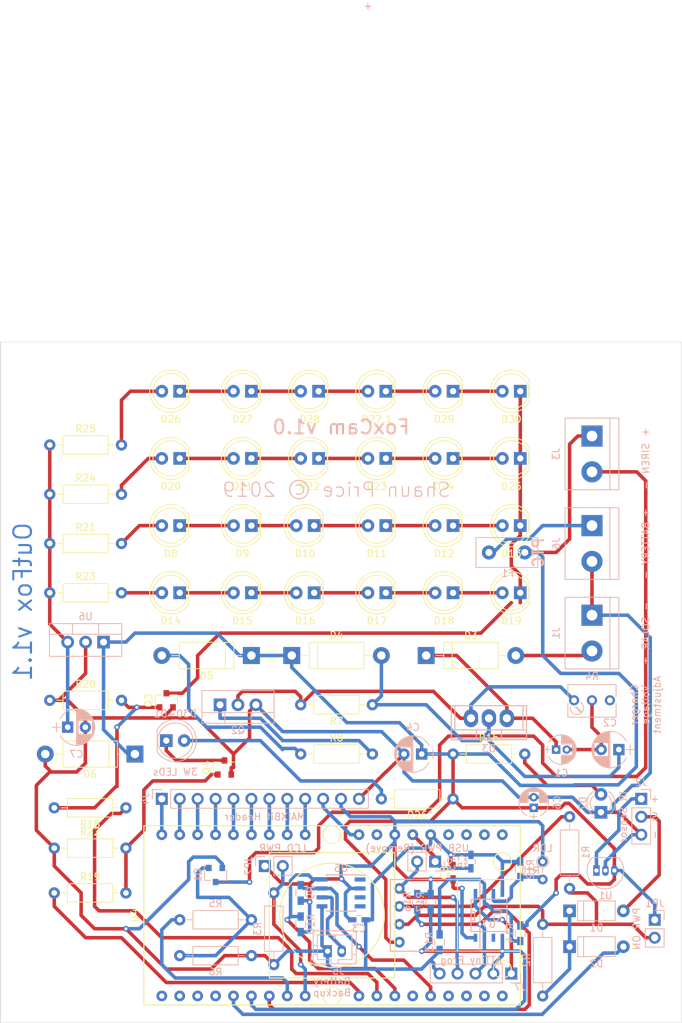
<source format=kicad_pcb>
(kicad_pcb (version 20171130) (host pcbnew "(5.1.4)-1")
  (layers (0 F.Cu signal) (31 B.Cu signal) (34 B.Paste user) (35 F.Paste user) (36 B.SilkS user) (37 F.SilkS user) (38 B.Mask user) (39 F.Mask user) (44 Edge.Cuts user))
  (net 0 "")
  (net 1 "Net-(C1-Pad1)")
  (net 2 "Net-(C1-Pad2)")
  (net 3 "Net-(C2-Pad1)")
  (net 4 GND)
  (net 5 "Net-(D1-Pad2)")
  (net 6 "Net-(D5-Pad2)")
  (net 7 "Net-(Q1-Pad1)")
  (net 8 "Net-(D8-Pad1)")
  (net 9 "Net-(D10-Pad2)")
  (net 10 "Net-(D10-Pad1)")
  (net 11 "Net-(D12-Pad1)")
  (net 12 "Net-(D13-Pad1)")
  (net 13 "Net-(D14-Pad1)")
  (net 14 "Net-(D15-Pad1)")
  (net 15 "Net-(D16-Pad1)")
  (net 16 "Net-(D11-Pad1)")
  (net 17 "Net-(Q2-Pad1)")
  (net 18 "Net-(D18-Pad1)")
  (net 19 "Net-(D20-Pad1)")
  (net 20 "Net-(D21-Pad1)")
  (net 21 "Net-(D22-Pad1)")
  (net 22 "Net-(D24-Pad1)")
  (net 23 "Net-(D26-Pad1)")
  (net 24 "Net-(D27.1-Pad1)")
  (net 25 +BATT)
  (net 26 "Net-(D3-Pad2)")
  (net 27 "Net-(Q3-Pad1)")
  (net 28 Earth)
  (net 29 "Net-(Q4-Pad1)")
  (net 30 "Net-(D1-Pad1)")
  (net 31 "Net-(D7-Pad2)")
  (net 32 "Net-(D8-Pad2)")
  (net 33 "Net-(D14-Pad2)")
  (net 34 "Net-(D17-Pad1)")
  (net 35 "Net-(D20-Pad2)")
  (net 36 "Net-(D23-Pad1)")
  (net 37 "Net-(D26-Pad2)")
  (net 38 "Net-(D27.1-Pad2)")
  (net 39 "Net-(D27-Pad1)")
  (net 40 "Net-(D29-Pad1)")
  (net 41 "Net-(D30-D1-Pad1)")
  (net 42 "Net-(D30-D1-Pad2)")
  (net 43 "Net-(J2-Pad1)")
  (net 44 "Net-(J3-Pad2)")
  (net 45 "Net-(D2-Pad2)")
  (net 46 +5V)
  (net 47 "Net-(JP1-Pad2)")
  (net 48 "Net-(J5-Pad2)")
  (net 49 "Net-(C7-Pad1)")
  (net 50 "Net-(J4-Pad1)")
  (net 51 "Net-(J4-Pad2)")
  (net 52 "Net-(J4-Pad3)")
  (net 53 "Net-(J4-Pad4)")
  (net 54 "Net-(J4-Pad5)")
  (net 55 "Net-(J4-Pad6)")
  (net 56 "Net-(J4-Pad7)")
  (net 57 "Net-(J4-Pad8)")
  (net 58 "Net-(J4-Pad9)")
  (net 59 "Net-(J4-Pad10)")
  (net 60 "Net-(Q2-Pad2)")
  (net 61 "Net-(R5-Pad2)")
  (net 62 "Net-(R11-Pad2)")
  (net 63 "Net-(R18-Pad1)")
  (net 64 "Net-(R19-Pad1)")
  (net 65 RESET)
  (net 66 "Net-(F1-Pad1)")
  (net 67 3.3V)
  (net 68 "Net-(C5-Pad2)")
  (net 69 "Net-(JP2-Pad2)")
  (net 70 SDA2)
  (net 71 SCL2)
  (net 72 "Net-(R13-Pad1)")
  (net 73 SDA1)
  (net 74 SCL1)
  (module Resistors_SMD:R_0603_HandSoldering (layer B.Cu) (at 172.72 104.14 270)
    (fp_text reference R17 (at 0 1.45 270) (layer B.SilkS) (effects (justify mirror)))
    (fp_text value 2k)
    (pad 1 smd rect (at -1.1 0 270) (size 1.2 0.9) (layers B.Cu B.Paste B.Mask) (net 67 3.3V))
    (pad 2 smd rect (at 1.1 0 270) (size 1.2 0.9) (layers B.Cu B.Paste B.Mask) (net 73 SDA1))
  )
  (module Resistors_SMD:R_0603_HandSoldering (layer B.Cu) (at 170.815 104.14 270)
    (fp_text reference R16 (at 0 1.45 270) (layer B.SilkS) (effects (justify mirror)))
    (fp_text value 2k)
    (pad 1 smd rect (at -1.1 0 270) (size 1.2 0.9) (layers B.Cu B.Paste B.Mask) (net 67 3.3V))
    (pad 2 smd rect (at 1.1 0 270) (size 1.2 0.9) (layers B.Cu B.Paste B.Mask) (net 74 SCL1))
  )
  (module Capacitors_SMD:C_0603_HandSoldering (layer F.Cu) (at 175.895 100.01 90)
    (fp_text reference C8 (at 0 -1.25 90) (layer F.SilkS))
    (fp_text value "100nF low leakage")
    (pad 1 smd rect (at -0.95 0 90) (size 1.2 0.75) (layers F.Cu F.Paste F.Mask) (net 67 3.3V))
    (pad 2 smd rect (at 0.95 0 90) (size 1.2 0.75) (layers F.Cu F.Paste F.Mask) (net 4 GND))
  )
  (module Fuse_Holders_and_Fuses:Fuse_TE5_Littlefuse-395Series (layer B.Cu) (at 180.975 54.61)
    (fp_text reference F1 (at 2.65 2.95 180) (layer B.SilkS) (effects (justify mirror)))
    (fp_text value "RXEF090 PTC")
    (pad 1 thru_hole circle (at 0 0) (size 2 2) (drill 1) (layers *.Cu *.Mask) (net 66 "Net-(F1-Pad1)"))
    (pad 2 thru_hole circle (at 5.08 -0.01) (size 2 2) (drill 1) (layers *.Cu *.Mask) (net 25 +BATT))
  )
  (module Pin_Headers:Pin_Header_Straight_1x05_Pitch2.54mm (layer B.Cu) (at 184.15 114.3 90)
    (fp_text reference J7 (at -1.905 1.27 180) (layer B.SilkS) (effects (justify mirror)))
    (fp_text value "ATTINY85 Prog")
    (pad 1 thru_hole rect (at 0 0 90) (size 1.7 1.7) (drill 1) (layers *.Cu *.Mask) (net 65 RESET))
    (pad 2 thru_hole oval (at 0 -2.54 90) (size 1.7 1.7) (drill 1) (layers *.Cu *.Mask) (net 73 SDA1))
    (pad 3 thru_hole oval (at 0 -5.08 90) (size 1.7 1.7) (drill 1) (layers *.Cu *.Mask) (net 74 SCL1))
    (pad 4 thru_hole oval (at 0 -7.62 90) (size 1.7 1.7) (drill 1) (layers *.Cu *.Mask) (net 46 +5V))
    (pad 5 thru_hole oval (at 0 -10.16 90) (size 1.7 1.7) (drill 1) (layers *.Cu *.Mask) (net 4 GND))
  )
  (module SMD_Packages:SOIC-8-N (layer B.Cu) (at 180.975 106.045)
    (fp_text reference U7 (at 0 1.27) (layer B.SilkS) (effects (justify mirror)))
    (fp_text value ATtiny85V-10SU)
    (pad 8 smd rect (at -1.905 3.175) (size 0.508 1.143) (layers B.Cu B.Paste B.Mask) (net 67 3.3V))
    (pad 7 smd rect (at -0.635 3.175) (size 0.508 1.143) (layers B.Cu B.Paste B.Mask) (net 74 SCL1))
    (pad 6 smd rect (at 0.635 3.175) (size 0.508 1.143) (layers B.Cu B.Paste B.Mask))
    (pad 5 smd rect (at 1.905 3.175) (size 0.508 1.143) (layers B.Cu B.Paste B.Mask) (net 73 SDA1))
    (pad 4 smd rect (at 1.905 -3.175) (size 0.508 1.143) (layers B.Cu B.Paste B.Mask) (net 4 GND))
    (pad 3 smd rect (at 0.635 -3.175) (size 0.508 1.143) (layers B.Cu B.Paste B.Mask) (net 62 "Net-(R11-Pad2)"))
    (pad 2 smd rect (at -0.635 -3.175) (size 0.508 1.143) (layers B.Cu B.Paste B.Mask) (net 72 "Net-(R13-Pad1)"))
    (pad 1 smd rect (at -1.905 -3.175) (size 0.508 1.143) (layers B.Cu B.Paste B.Mask) (net 65 RESET))
  )
  (module Resistors_SMD:R_0603_HandSoldering (layer B.Cu) (at 185.42 108.585 270)
    (fp_text reference R14 (at 0 1.45 270) (layer B.SilkS) (effects (justify mirror)))
    (fp_text value 8.2k)
    (pad 1 smd rect (at -1.1 0 270) (size 1.2 0.9) (layers B.Cu B.Paste B.Mask) (net 25 +BATT))
    (pad 2 smd rect (at 1.1 0 270) (size 1.2 0.9) (layers B.Cu B.Paste B.Mask) (net 72 "Net-(R13-Pad1)"))
  )
  (module Resistors_SMD:R_0603_HandSoldering (layer B.Cu) (at 173.99 109.855 270)
    (fp_text reference R13 (at 0 1.45 270) (layer B.SilkS) (effects (justify mirror)))
    (fp_text value 2k)
    (pad 1 smd rect (at -1.1 0 270) (size 1.2 0.9) (layers B.Cu B.Paste B.Mask) (net 72 "Net-(R13-Pad1)"))
    (pad 2 smd rect (at 1.1 0 270) (size 1.2 0.9) (layers B.Cu B.Paste B.Mask) (net 4 GND))
  )
  (module Resistors_SMD:R_0603_HandSoldering (layer B.Cu) (at 185.42 99.525 90)
    (fp_text reference R12 (at 0 1.45 270) (layer B.SilkS) (effects (justify mirror)))
    (fp_text value 200k)
    (pad 1 smd rect (at -1.1 0 90) (size 1.2 0.9) (layers B.Cu B.Paste B.Mask) (net 62 "Net-(R11-Pad2)"))
    (pad 2 smd rect (at 1.1 0 90) (size 1.2 0.9) (layers B.Cu B.Paste B.Mask) (net 4 GND))
  )
  (module Connectors_JST:JST_PH_B2B-PH-K_02x2.00mm_Straight (layer B.Cu) (at 158.115 111.125)
    (fp_text reference J5 (at 1.5 2.8) (layer B.SilkS) (effects (justify mirror)))
    (fp_text value "RTC Batt")
    (pad 1 thru_hole rect (at 0 0) (size 1.2 1.7) (drill 0.75) (layers *.Cu *.Mask) (net 4 GND))
    (pad 2 thru_hole oval (at 2 0) (size 1.2 1.7) (drill 0.75) (layers *.Cu *.Mask) (net 48 "Net-(J5-Pad2)"))
  )
  (module Capacitors_SMD:C_0603_HandSoldering (layer B.Cu) (at 162.56 106.68)
    (fp_text reference C3 (at 0 1.25) (layer B.SilkS) (effects (justify mirror)))
    (fp_text value "100nF low leakage")
    (pad 1 smd rect (at -0.95 0) (size 1.2 0.75) (layers B.Cu B.Paste B.Mask) (net 67 3.3V))
    (pad 2 smd rect (at 0.95 0) (size 1.2 0.75) (layers B.Cu B.Paste B.Mask) (net 4 GND))
  )
  (module Capacitors_SMD:C_0603_HandSoldering (layer B.Cu) (at 178.435 98.425 270)
    (fp_text reference C5 (at 0 1.25 90) (layer B.SilkS) (effects (justify mirror)))
    (fp_text value "100nF low leakage")
    (pad 1 smd rect (at -0.95 0 270) (size 1.2 0.75) (layers B.Cu B.Paste B.Mask) (net 4 GND))
    (pad 2 smd rect (at 0.95 0 270) (size 1.2 0.75) (layers B.Cu B.Paste B.Mask) (net 68 "Net-(C5-Pad2)"))
  )
  (module Resistors_SMD:R_0603_HandSoldering (layer B.Cu) (at 154.305 107.315 90)
    (fp_text reference R10 (at 0 1.45 270) (layer B.SilkS) (effects (justify mirror)))
    (fp_text value 100k)
    (pad 1 smd rect (at -1.1 0 90) (size 1.2 0.9) (layers B.Cu B.Paste B.Mask) (net 67 3.3V))
    (pad 2 smd rect (at 1.1 0 90) (size 1.2 0.9) (layers B.Cu B.Paste B.Mask) (net 71 SCL2))
  )
  (module Resistors_SMD:R_0603_HandSoldering (layer B.Cu) (at 154.305 102.87 90)
    (fp_text reference R9 (at 0 1.45 270) (layer B.SilkS) (effects (justify mirror)))
    (fp_text value 100k)
    (pad 1 smd rect (at -1.1 0 90) (size 1.2 0.9) (layers B.Cu B.Paste B.Mask) (net 67 3.3V))
    (pad 2 smd rect (at 1.1 0 90) (size 1.2 0.9) (layers B.Cu B.Paste B.Mask) (net 70 SDA2))
  )
  (module Housings_SOIC:SOIC-8_3.9x4.9mm_Pitch1.27mm (layer B.Cu) (at 160.02 102.87 180)
    (fp_text reference U5 (at 0 3.5) (layer B.SilkS) (effects (justify mirror)))
    (fp_text value DS3231MZ)
    (pad 1 smd rect (at -2.7 1.905 180) (size 1.55 0.6) (layers B.Cu B.Paste B.Mask))
    (pad 2 smd rect (at -2.7 0.635 180) (size 1.55 0.6) (layers B.Cu B.Paste B.Mask) (net 67 3.3V))
    (pad 3 smd rect (at -2.7 -0.635 180) (size 1.55 0.6) (layers B.Cu B.Paste B.Mask))
    (pad 4 smd rect (at -2.7 -1.905 180) (size 1.55 0.6) (layers B.Cu B.Paste B.Mask))
    (pad 5 smd rect (at 2.7 -1.905 180) (size 1.55 0.6) (layers B.Cu B.Paste B.Mask) (net 4 GND))
    (pad 6 smd rect (at 2.7 -0.635 180) (size 1.55 0.6) (layers B.Cu B.Paste B.Mask) (net 48 "Net-(J5-Pad2)"))
    (pad 7 smd rect (at 2.7 0.635 180) (size 1.55 0.6) (layers B.Cu B.Paste B.Mask) (net 70 SDA2))
    (pad 8 smd rect (at 2.7 1.905 180) (size 1.55 0.6) (layers B.Cu B.Paste B.Mask) (net 71 SCL2))
  )
  (module Resistors_THT:R_Axial_DIN0207_L6.3mm_D2.5mm_P10.16mm_Horizontal (layer B.Cu) (at 192.405 102.235 90)
    (fp_text reference R1 (at 5.08 2.31 90) (layer B.SilkS) (effects (justify mirror)))
    (fp_text value 10k)
    (pad 1 thru_hole circle (at 0 0 90) (size 1.6 1.6) (drill 0.8) (layers *.Cu *.Mask) (net 47 "Net-(JP1-Pad2)"))
    (pad 2 thru_hole oval (at 10.16 0 90) (size 1.6 1.6) (drill 0.8) (layers *.Cu *.Mask) (net 28 Earth))
  )
  (module Resistors_THT:R_Axial_DIN0207_L6.3mm_D2.5mm_P10.16mm_Horizontal (layer B.Cu) (at 188.595 107.315 270)
    (fp_text reference R2 (at 5.08 2.31 90) (layer B.SilkS) (effects (justify mirror)))
    (fp_text value 1k)
    (pad 1 thru_hole circle (at 0 0 270) (size 1.6 1.6) (drill 0.8) (layers *.Cu *.Mask) (net 47 "Net-(JP1-Pad2)"))
    (pad 2 thru_hole oval (at 10.16 0 270) (size 1.6 1.6) (drill 0.8) (layers *.Cu *.Mask) (net 30 "Net-(D1-Pad1)"))
  )
  (module Resistors_THT:R_Axial_DIN0207_L6.3mm_D2.5mm_P10.16mm_Horizontal (layer B.Cu) (at 147.32 106.68 180)
    (fp_text reference R5 (at 5.08 2.31) (layer B.SilkS) (effects (justify mirror)))
    (fp_text value 1k)
    (pad 1 thru_hole circle (at 0 0 180) (size 1.6 1.6) (drill 0.8) (layers *.Cu *.Mask) (net 7 "Net-(Q1-Pad1)"))
    (pad 2 thru_hole oval (at 10.16 0 180) (size 1.6 1.6) (drill 0.8) (layers *.Cu *.Mask) (net 61 "Net-(R5-Pad2)"))
  )
  (module Resistors_THT:R_Axial_DIN0207_L6.3mm_D2.5mm_P10.16mm_Horizontal (layer B.Cu) (at 137.16 111.76)
    (fp_text reference R6 (at 5.08 2.31) (layer B.SilkS) (effects (justify mirror)))
    (fp_text value 10k)
    (pad 1 thru_hole circle (at 0 0) (size 1.6 1.6) (drill 0.8) (layers *.Cu *.Mask) (net 7 "Net-(Q1-Pad1)"))
    (pad 2 thru_hole oval (at 10.16 0) (size 1.6 1.6) (drill 0.8) (layers *.Cu *.Mask) (net 4 GND))
  )
  (module Resistors_THT:R_Axial_DIN0207_L6.3mm_D2.5mm_P10.16mm_Horizontal (layer F.Cu) (at 164.465 76.2 180)
    (fp_text reference R7 (at 5.08 -2.31) (layer F.SilkS))
    (fp_text value 220)
    (pad 1 thru_hole circle (at 0 0 180) (size 1.6 1.6) (drill 0.8) (layers *.Cu *.Mask) (net 3 "Net-(C2-Pad1)"))
    (pad 2 thru_hole oval (at 10.16 0 180) (size 1.6 1.6) (drill 0.8) (layers *.Cu *.Mask) (net 60 "Net-(Q2-Pad2)"))
  )
  (module Resistors_THT:R_Axial_DIN0207_L6.3mm_D2.5mm_P10.16mm_Horizontal (layer F.Cu) (at 154.305 83.185)
    (fp_text reference R8 (at 5.08 -2.31) (layer F.SilkS))
    (fp_text value 1k)
    (pad 1 thru_hole circle (at 0 0) (size 1.6 1.6) (drill 0.8) (layers *.Cu *.Mask) (net 6 "Net-(D5-Pad2)"))
    (pad 2 thru_hole oval (at 10.16 0) (size 1.6 1.6) (drill 0.8) (layers *.Cu *.Mask) (net 17 "Net-(Q2-Pad1)"))
  )
  (module Resistors_THT:R_Axial_DIN0207_L6.3mm_D2.5mm_P10.16mm_Horizontal (layer F.Cu) (at 175.895 83.185)
    (fp_text reference R15 (at 5.08 -2.31) (layer F.SilkS))
    (fp_text value 1k)
    (pad 1 thru_hole circle (at 0 0) (size 1.6 1.6) (drill 0.8) (layers *.Cu *.Mask) (net 25 +BATT))
    (pad 2 thru_hole oval (at 10.16 0) (size 1.6 1.6) (drill 0.8) (layers *.Cu *.Mask) (net 31 "Net-(D7-Pad2)"))
  )
  (module Resistors_THT:R_Axial_DIN0207_L6.3mm_D2.5mm_P10.16mm_Horizontal (layer F.Cu) (at 129.54 90.805 180)
    (fp_text reference R18 (at 5.08 -2.31) (layer F.SilkS))
    (fp_text value 1k)
    (pad 1 thru_hole circle (at 0 0 180) (size 1.6 1.6) (drill 0.8) (layers *.Cu *.Mask) (net 63 "Net-(R18-Pad1)"))
    (pad 2 thru_hole oval (at 10.16 0 180) (size 1.6 1.6) (drill 0.8) (layers *.Cu *.Mask) (net 27 "Net-(Q3-Pad1)"))
  )
  (module Resistors_THT:R_Axial_DIN0207_L6.3mm_D2.5mm_P10.16mm_Horizontal (layer F.Cu) (at 119.38 102.87)
    (fp_text reference R19 (at 5.08 -2.31) (layer F.SilkS))
    (fp_text value 1k)
    (pad 1 thru_hole circle (at 0 0) (size 1.6 1.6) (drill 0.8) (layers *.Cu *.Mask) (net 64 "Net-(R19-Pad1)"))
    (pad 2 thru_hole oval (at 10.16 0) (size 1.6 1.6) (drill 0.8) (layers *.Cu *.Mask) (net 29 "Net-(Q4-Pad1)"))
  )
  (module Resistors_THT:R_Axial_DIN0207_L6.3mm_D2.5mm_P10.16mm_Horizontal (layer F.Cu) (at 118.745 75.565)
    (fp_text reference R20 (at 5.08 -2.31) (layer F.SilkS))
    (fp_text value 10k)
    (pad 1 thru_hole circle (at 0 0) (size 1.6 1.6) (drill 0.8) (layers *.Cu *.Mask) (net 4 GND))
    (pad 2 thru_hole oval (at 10.16 0) (size 1.6 1.6) (drill 0.8) (layers *.Cu *.Mask) (net 27 "Net-(Q3-Pad1)"))
  )
  (module Resistors_THT:R_Axial_DIN0207_L6.3mm_D2.5mm_P10.16mm_Horizontal (layer F.Cu) (at 119.38 96.52)
    (fp_text reference R22 (at 5.08 -2.31) (layer F.SilkS))
    (fp_text value 10k)
    (pad 1 thru_hole circle (at 0 0) (size 1.6 1.6) (drill 0.8) (layers *.Cu *.Mask) (net 4 GND))
    (pad 2 thru_hole oval (at 10.16 0) (size 1.6 1.6) (drill 0.8) (layers *.Cu *.Mask) (net 29 "Net-(Q4-Pad1)"))
  )
  (module Resistors_THT:R_Axial_DIN0207_L6.3mm_D2.5mm_P10.16mm_Horizontal (layer F.Cu) (at 118.745 53.34)
    (fp_text reference R21 (at 5.08 -2.31) (layer F.SilkS))
    (fp_text value 47)
    (pad 1 thru_hole circle (at 0 0) (size 1.6 1.6) (drill 0.8) (layers *.Cu *.Mask) (net 49 "Net-(C7-Pad1)"))
    (pad 2 thru_hole oval (at 10.16 0) (size 1.6 1.6) (drill 0.8) (layers *.Cu *.Mask) (net 32 "Net-(D8-Pad2)"))
  )
  (module Resistors_THT:R_Axial_DIN0207_L6.3mm_D2.5mm_P10.16mm_Horizontal (layer F.Cu) (at 118.745 60.325)
    (fp_text reference R23 (at 5.08 -2.31) (layer F.SilkS))
    (fp_text value 47)
    (pad 1 thru_hole circle (at 0 0) (size 1.6 1.6) (drill 0.8) (layers *.Cu *.Mask) (net 49 "Net-(C7-Pad1)"))
    (pad 2 thru_hole oval (at 10.16 0) (size 1.6 1.6) (drill 0.8) (layers *.Cu *.Mask) (net 33 "Net-(D14-Pad2)"))
  )
  (module Resistors_THT:R_Axial_DIN0207_L6.3mm_D2.5mm_P10.16mm_Horizontal (layer F.Cu) (at 118.745 46.355)
    (fp_text reference R24 (at 5.08 -2.31) (layer F.SilkS))
    (fp_text value 47)
    (pad 1 thru_hole circle (at 0 0) (size 1.6 1.6) (drill 0.8) (layers *.Cu *.Mask) (net 49 "Net-(C7-Pad1)"))
    (pad 2 thru_hole oval (at 10.16 0) (size 1.6 1.6) (drill 0.8) (layers *.Cu *.Mask) (net 35 "Net-(D20-Pad2)"))
  )
  (module Resistors_THT:R_Axial_DIN0207_L6.3mm_D2.5mm_P10.16mm_Horizontal (layer F.Cu) (at 175.895 89.535 180)
    (fp_text reference R26 (at 5.08 -2.31) (layer F.SilkS))
    (fp_text value "5.2R or 15R")
    (pad 1 thru_hole circle (at 0 0 180) (size 1.6 1.6) (drill 0.8) (layers *.Cu *.Mask) (net 25 +BATT))
    (pad 2 thru_hole oval (at 10.16 0 180) (size 1.6 1.6) (drill 0.8) (layers *.Cu *.Mask) (net 42 "Net-(D30-D1-Pad2)"))
  )
  (module Resistors_THT:R_Axial_DIN0207_L6.3mm_D2.5mm_P10.16mm_Horizontal (layer F.Cu) (at 118.745 39.37)
    (fp_text reference R25 (at 5.08 -2.31) (layer F.SilkS))
    (fp_text value 47)
    (pad 1 thru_hole circle (at 0 0) (size 1.6 1.6) (drill 0.8) (layers *.Cu *.Mask) (net 49 "Net-(C7-Pad1)"))
    (pad 2 thru_hole oval (at 10.16 0) (size 1.6 1.6) (drill 0.8) (layers *.Cu *.Mask) (net 37 "Net-(D26-Pad2)"))
  )
  (module Resistors_THT:R_Axial_DIN0207_L6.3mm_D2.5mm_P10.16mm_Horizontal (layer B.Cu) (at 150.495 102.87 270)
    (fp_text reference R3 (at 5.08 2.31 90) (layer B.SilkS) (effects (justify mirror)))
    (fp_text value 10k)
    (pad 1 thru_hole circle (at 0 0 270) (size 1.6 1.6) (drill 0.8) (layers *.Cu *.Mask) (net 69 "Net-(JP2-Pad2)"))
    (pad 2 thru_hole oval (at 10.16 0 270) (size 1.6 1.6) (drill 0.8) (layers *.Cu *.Mask) (net 4 GND))
  )
  (module Socket_Strips:Socket_Strip_Straight_1x12_Pitch2.54mm (layer B.Cu) (at 134.62 89.535 270)
    (fp_text reference J4 (at 0 2.33 270) (layer B.SilkS) (effects (justify mirror)))
    (fp_text value "Maix GPIO")
    (pad 1 thru_hole rect (at 0 0 270) (size 1.7 1.7) (drill 1) (layers *.Cu *.Mask) (net 50 "Net-(J4-Pad1)"))
    (pad 2 thru_hole oval (at 0 -2.54 270) (size 1.7 1.7) (drill 1) (layers *.Cu *.Mask) (net 51 "Net-(J4-Pad2)"))
    (pad 3 thru_hole oval (at 0 -5.08 270) (size 1.7 1.7) (drill 1) (layers *.Cu *.Mask) (net 52 "Net-(J4-Pad3)"))
    (pad 4 thru_hole oval (at 0 -7.62 270) (size 1.7 1.7) (drill 1) (layers *.Cu *.Mask) (net 53 "Net-(J4-Pad4)"))
    (pad 5 thru_hole oval (at 0 -10.16 270) (size 1.7 1.7) (drill 1) (layers *.Cu *.Mask) (net 54 "Net-(J4-Pad5)"))
    (pad 6 thru_hole oval (at 0 -12.7 270) (size 1.7 1.7) (drill 1) (layers *.Cu *.Mask) (net 55 "Net-(J4-Pad6)"))
    (pad 7 thru_hole oval (at 0 -15.24 270) (size 1.7 1.7) (drill 1) (layers *.Cu *.Mask) (net 56 "Net-(J4-Pad7)"))
    (pad 8 thru_hole oval (at 0 -17.78 270) (size 1.7 1.7) (drill 1) (layers *.Cu *.Mask) (net 57 "Net-(J4-Pad8)"))
    (pad 9 thru_hole oval (at 0 -20.32 270) (size 1.7 1.7) (drill 1) (layers *.Cu *.Mask) (net 58 "Net-(J4-Pad9)"))
    (pad 10 thru_hole oval (at 0 -22.86 270) (size 1.7 1.7) (drill 1) (layers *.Cu *.Mask) (net 59 "Net-(J4-Pad10)"))
    (pad 11 thru_hole oval (at 0 -25.4 270) (size 1.7 1.7) (drill 1) (layers *.Cu *.Mask) (net 67 3.3V))
    (pad 12 thru_hole oval (at 0 -27.94 270) (size 1.7 1.7) (drill 1) (layers *.Cu *.Mask) (net 4 GND))
  )
  (module Other:MAIXBit (layer F.Cu) (at 132.08 106.045 90)
    (fp_text reference U4 (at 0 -1.27 90) (layer F.SilkS))
    (fp_text value MAIX_Bit)
    (pad 36 thru_hole circle (at 11.43 2.54 270) (size 1.524 1.524) (drill 0.762) (layers *.Cu *.Mask) (net 50 "Net-(J4-Pad1)"))
    (pad 35 thru_hole circle (at 11.43 5.08 270) (size 1.524 1.524) (drill 0.762) (layers *.Cu *.Mask) (net 51 "Net-(J4-Pad2)"))
    (pad 34 thru_hole circle (at 11.43 7.62 270) (size 1.524 1.524) (drill 0.762) (layers *.Cu *.Mask) (net 52 "Net-(J4-Pad3)"))
    (pad 33 thru_hole circle (at 11.43 10.16 270) (size 1.524 1.524) (drill 0.762) (layers *.Cu *.Mask) (net 53 "Net-(J4-Pad4)"))
    (pad 32 thru_hole circle (at 11.43 12.7 270) (size 1.524 1.524) (drill 0.762) (layers *.Cu *.Mask) (net 54 "Net-(J4-Pad5)"))
    (pad 31 thru_hole circle (at 11.43 15.24 270) (size 1.524 1.524) (drill 0.762) (layers *.Cu *.Mask) (net 55 "Net-(J4-Pad6)"))
    (pad 30 thru_hole circle (at 11.43 17.78 270) (size 1.524 1.524) (drill 0.762) (layers *.Cu *.Mask) (net 56 "Net-(J4-Pad7)"))
    (pad 29 thru_hole circle (at 11.43 20.32 270) (size 1.524 1.524) (drill 0.762) (layers *.Cu *.Mask) (net 57 "Net-(J4-Pad8)"))
    (pad 28 thru_hole circle (at 11.43 22.86 270) (size 1.524 1.524) (drill 0.762) (layers *.Cu *.Mask) (net 58 "Net-(J4-Pad9)"))
    (pad 27 thru_hole circle (at 11.43 30.48 270) (size 1.524 1.524) (drill 0.762) (layers *.Cu *.Mask) (net 59 "Net-(J4-Pad10)"))
    (pad 26 thru_hole circle (at 11.43 33.02 270) (size 1.524 1.524) (drill 0.762) (layers *.Cu *.Mask))
    (pad 25 thru_hole circle (at 11.43 35.56 270) (size 1.524 1.524) (drill 0.762) (layers *.Cu *.Mask) (net 67 3.3V))
    (pad 24 thru_hole circle (at 11.43 38.1 270) (size 1.524 1.524) (drill 0.762) (layers *.Cu *.Mask) (net 68 "Net-(C5-Pad2)"))
    (pad 23 thru_hole circle (at 11.43 40.64 270) (size 1.524 1.524) (drill 0.762) (layers *.Cu *.Mask) (net 4 GND))
    (pad 22 thru_hole circle (at 11.43 43.18 270) (size 1.524 1.524) (drill 0.762) (layers *.Cu *.Mask))
    (pad 21 thru_hole circle (at 11.43 45.72 270) (size 1.524 1.524) (drill 0.762) (layers *.Cu *.Mask))
    (pad 20 thru_hole circle (at 11.43 48.26 270) (size 1.524 1.524) (drill 0.762) (layers *.Cu *.Mask))
    (pad 19 thru_hole circle (at 11.43 50.8 270) (size 1.524 1.524) (drill 0.762) (layers *.Cu *.Mask))
    (pad 18 thru_hole circle (at -11.43 50.8 90) (size 1.524 1.524) (drill 0.762) (layers *.Cu *.Mask))
    (pad 17 thru_hole circle (at -11.43 48.26 90) (size 1.524 1.524) (drill 0.762) (layers *.Cu *.Mask))
    (pad 16 thru_hole circle (at -11.43 45.72 90) (size 1.524 1.524) (drill 0.762) (layers *.Cu *.Mask))
    (pad 15 thru_hole circle (at -11.43 43.18 90) (size 1.524 1.524) (drill 0.762) (layers *.Cu *.Mask))
    (pad 14 thru_hole circle (at -11.43 40.64 90) (size 1.524 1.524) (drill 0.762) (layers *.Cu *.Mask) (net 70 SDA2))
    (pad 13 thru_hole circle (at -11.43 38.1 90) (size 1.524 1.524) (drill 0.762) (layers *.Cu *.Mask))
    (pad 12 thru_hole circle (at -11.43 35.56 90) (size 1.524 1.524) (drill 0.762) (layers *.Cu *.Mask) (net 71 SCL2))
    (pad 11 thru_hole circle (at -11.43 33.02 90) (size 1.524 1.524) (drill 0.762) (layers *.Cu *.Mask) (net 63 "Net-(R18-Pad1)"))
    (pad 10 thru_hole circle (at -11.43 30.48 90) (size 1.524 1.524) (drill 0.762) (layers *.Cu *.Mask) (net 64 "Net-(R19-Pad1)"))
    (pad 9 thru_hole circle (at -11.43 22.86 90) (size 1.524 1.524) (drill 0.762) (layers *.Cu *.Mask) (net 69 "Net-(JP2-Pad2)"))
    (pad 8 thru_hole circle (at -11.43 20.32 90) (size 1.524 1.524) (drill 0.762) (layers *.Cu *.Mask) (net 61 "Net-(R5-Pad2)"))
    (pad 7 thru_hole circle (at -11.43 17.78 90) (size 1.524 1.524) (drill 0.762) (layers *.Cu *.Mask) (net 74 SCL1))
    (pad 6 thru_hole circle (at -11.43 15.24 90) (size 1.524 1.524) (drill 0.762) (layers *.Cu *.Mask) (net 73 SDA1))
    (pad 5 thru_hole circle (at -11.43 12.7 90) (size 1.524 1.524) (drill 0.762) (layers *.Cu *.Mask) (net 45 "Net-(D2-Pad2)"))
    (pad 4 thru_hole circle (at -11.43 10.16 90) (size 1.524 1.524) (drill 0.762) (layers *.Cu *.Mask))
    (pad 3 thru_hole circle (at -11.43 7.62 90) (size 1.524 1.524) (drill 0.762) (layers *.Cu *.Mask))
    (pad 2 thru_hole circle (at -11.43 5.08 90) (size 1.524 1.524) (drill 0.762) (layers *.Cu *.Mask))
    (pad 1 thru_hole circle (at -11.43 2.54 90) (size 1.524 1.524) (drill 0.762) (layers *.Cu *.Mask))
  )
  (module Resistors_THT:R_Axial_DIN0204_L3.6mm_D1.6mm_P2.54mm_Vertical (layer B.Cu) (at 188.595 98.425 270)
    (fp_text reference R11 (at 1.27 1.86) (layer B.SilkS) (effects (justify mirror)))
    (fp_text value LDR07)
    (pad 1 thru_hole circle (at 0 0 270) (size 1.4 1.4) (drill 0.7) (layers *.Cu *.Mask) (net 67 3.3V))
    (pad 2 thru_hole oval (at 2.54 0 270) (size 1.4 1.4) (drill 0.7) (layers *.Cu *.Mask) (net 62 "Net-(R11-Pad2)"))
  )
  (module Pin_Headers:Pin_Header_Straight_1x02_Pitch2.54mm (layer B.Cu) (at 173.355 98.425 90)
    (fp_text reference JP3 (at 0 2.33 90) (layer B.SilkS) (effects (justify mirror)))
    (fp_text value "5V Int Power")
    (pad 1 thru_hole rect (at 0 0 90) (size 1.7 1.7) (drill 1) (layers *.Cu *.Mask) (net 68 "Net-(C5-Pad2)"))
    (pad 2 thru_hole oval (at 0 -2.54 90) (size 1.7 1.7) (drill 1) (layers *.Cu *.Mask) (net 46 +5V))
  )
  (module Pin_Headers:Pin_Header_Straight_1x02_Pitch2.54mm (layer B.Cu) (at 149.225 99.06 270)
    (fp_text reference JP2 (at 0 2.33 90) (layer B.SilkS) (effects (justify mirror)))
    (fp_text value "RTC PROG")
    (pad 1 thru_hole rect (at 0 0 270) (size 1.7 1.7) (drill 1) (layers *.Cu *.Mask) (net 67 3.3V))
    (pad 2 thru_hole oval (at 0 -2.54 270) (size 1.7 1.7) (drill 1) (layers *.Cu *.Mask) (net 69 "Net-(JP2-Pad2)"))
  )
  (module Pin_Headers:Pin_Header_Straight_1x02_Pitch2.54mm (layer B.Cu) (at 204.47 106.68 180)
    (fp_text reference JP1 (at 0 2.33) (layer B.SilkS) (effects (justify mirror)))
    (fp_text value "PWR ON")
    (pad 1 thru_hole rect (at 0 0 180) (size 1.7 1.7) (drill 1) (layers *.Cu *.Mask) (net 25 +BATT))
    (pad 2 thru_hole oval (at 0 -2.54 180) (size 1.7 1.7) (drill 1) (layers *.Cu *.Mask) (net 47 "Net-(JP1-Pad2)"))
  )
  (module LEDs:LED_D5.0mm (layer F.Cu) (at 185.42 31.75 180)
    (fp_text reference D30 (at 1.27 -3.96) (layer F.SilkS))
    (fp_text value "IR LED")
    (pad 1 thru_hole rect (at 0 0 180) (size 1.8 1.8) (drill 0.9) (layers *.Cu *.Mask) (net 12 "Net-(D13-Pad1)"))
    (pad 2 thru_hole circle (at 2.54 0 180) (size 1.8 1.8) (drill 0.9) (layers *.Cu *.Mask) (net 40 "Net-(D29-Pad1)"))
  )
  (module LEDs:LED_D5.0mm (layer F.Cu) (at 175.895 31.75 180)
    (fp_text reference D29 (at 1.27 -3.96) (layer F.SilkS))
    (fp_text value "IR LED")
    (pad 1 thru_hole rect (at 0 0 180) (size 1.8 1.8) (drill 0.9) (layers *.Cu *.Mask) (net 40 "Net-(D29-Pad1)"))
    (pad 2 thru_hole circle (at 2.54 0 180) (size 1.8 1.8) (drill 0.9) (layers *.Cu *.Mask) (net 24 "Net-(D27.1-Pad1)"))
  )
  (module LEDs:LED_D5.0mm (layer F.Cu) (at 156.845 31.75 180)
    (fp_text reference D28 (at 1.27 -3.96) (layer F.SilkS))
    (fp_text value "IR LED")
    (pad 1 thru_hole rect (at 0 0 180) (size 1.8 1.8) (drill 0.9) (layers *.Cu *.Mask) (net 38 "Net-(D27.1-Pad2)"))
    (pad 2 thru_hole circle (at 2.54 0 180) (size 1.8 1.8) (drill 0.9) (layers *.Cu *.Mask) (net 39 "Net-(D27-Pad1)"))
  )
  (module LEDs:LED_D5.0mm (layer F.Cu) (at 166.37 31.75 180)
    (fp_text reference D27.1 (at 1.27 -3.96) (layer F.SilkS))
    (fp_text value "IR LED")
    (pad 1 thru_hole rect (at 0 0 180) (size 1.8 1.8) (drill 0.9) (layers *.Cu *.Mask) (net 24 "Net-(D27.1-Pad1)"))
    (pad 2 thru_hole circle (at 2.54 0 180) (size 1.8 1.8) (drill 0.9) (layers *.Cu *.Mask) (net 38 "Net-(D27.1-Pad2)"))
  )
  (module LEDs:LED_D5.0mm (layer F.Cu) (at 147.32 31.75 180)
    (fp_text reference D27 (at 1.27 -3.96) (layer F.SilkS))
    (fp_text value "IR LED")
    (pad 1 thru_hole rect (at 0 0 180) (size 1.8 1.8) (drill 0.9) (layers *.Cu *.Mask) (net 39 "Net-(D27-Pad1)"))
    (pad 2 thru_hole circle (at 2.54 0 180) (size 1.8 1.8) (drill 0.9) (layers *.Cu *.Mask) (net 23 "Net-(D26-Pad1)"))
  )
  (module LEDs:LED_D5.0mm (layer F.Cu) (at 137.16 31.75 180)
    (fp_text reference D26 (at 1.27 -3.96) (layer F.SilkS))
    (fp_text value "IR LED")
    (pad 1 thru_hole rect (at 0 0 180) (size 1.8 1.8) (drill 0.9) (layers *.Cu *.Mask) (net 23 "Net-(D26-Pad1)"))
    (pad 2 thru_hole circle (at 2.54 0 180) (size 1.8 1.8) (drill 0.9) (layers *.Cu *.Mask) (net 37 "Net-(D26-Pad2)"))
  )
  (module LEDs:LED_D5.0mm (layer F.Cu) (at 185.42 41.275 180)
    (fp_text reference D25 (at 1.27 -3.96) (layer F.SilkS))
    (fp_text value "IR LED")
    (pad 1 thru_hole rect (at 0 0 180) (size 1.8 1.8) (drill 0.9) (layers *.Cu *.Mask) (net 12 "Net-(D13-Pad1)"))
    (pad 2 thru_hole circle (at 2.54 0 180) (size 1.8 1.8) (drill 0.9) (layers *.Cu *.Mask) (net 22 "Net-(D24-Pad1)"))
  )
  (module LEDs:LED_D5.0mm (layer F.Cu) (at 175.895 41.275 180)
    (fp_text reference D24 (at 1.27 -3.96) (layer F.SilkS))
    (fp_text value "IR LED")
    (pad 1 thru_hole rect (at 0 0 180) (size 1.8 1.8) (drill 0.9) (layers *.Cu *.Mask) (net 22 "Net-(D24-Pad1)"))
    (pad 2 thru_hole circle (at 2.54 0 180) (size 1.8 1.8) (drill 0.9) (layers *.Cu *.Mask) (net 36 "Net-(D23-Pad1)"))
  )
  (module LEDs:LED_D5.0mm (layer F.Cu) (at 166.37 41.275 180)
    (fp_text reference D23 (at 1.27 -3.96) (layer F.SilkS))
    (fp_text value "IR LED")
    (pad 1 thru_hole rect (at 0 0 180) (size 1.8 1.8) (drill 0.9) (layers *.Cu *.Mask) (net 36 "Net-(D23-Pad1)"))
    (pad 2 thru_hole circle (at 2.54 0 180) (size 1.8 1.8) (drill 0.9) (layers *.Cu *.Mask) (net 21 "Net-(D22-Pad1)"))
  )
  (module LEDs:LED_D5.0mm (layer F.Cu) (at 156.845 41.275 180)
    (fp_text reference D22 (at 1.27 -3.96) (layer F.SilkS))
    (fp_text value "IR LED")
    (pad 1 thru_hole rect (at 0 0 180) (size 1.8 1.8) (drill 0.9) (layers *.Cu *.Mask) (net 21 "Net-(D22-Pad1)"))
    (pad 2 thru_hole circle (at 2.54 0 180) (size 1.8 1.8) (drill 0.9) (layers *.Cu *.Mask) (net 20 "Net-(D21-Pad1)"))
  )
  (module LEDs:LED_D5.0mm (layer F.Cu) (at 147.32 41.275 180)
    (fp_text reference D21 (at 1.27 -3.96) (layer F.SilkS))
    (fp_text value "IR LED")
    (pad 1 thru_hole rect (at 0 0 180) (size 1.8 1.8) (drill 0.9) (layers *.Cu *.Mask) (net 20 "Net-(D21-Pad1)"))
    (pad 2 thru_hole circle (at 2.54 0 180) (size 1.8 1.8) (drill 0.9) (layers *.Cu *.Mask) (net 19 "Net-(D20-Pad1)"))
  )
  (module LEDs:LED_D5.0mm (layer F.Cu) (at 137.16 41.275 180)
    (fp_text reference D20 (at 1.27 -3.96) (layer F.SilkS))
    (fp_text value "IR LED")
    (pad 1 thru_hole rect (at 0 0 180) (size 1.8 1.8) (drill 0.9) (layers *.Cu *.Mask) (net 19 "Net-(D20-Pad1)"))
    (pad 2 thru_hole circle (at 2.54 0 180) (size 1.8 1.8) (drill 0.9) (layers *.Cu *.Mask) (net 35 "Net-(D20-Pad2)"))
  )
  (module LEDs:LED_D5.0mm (layer F.Cu) (at 185.42 60.325 180)
    (fp_text reference D19 (at 1.27 -3.96) (layer F.SilkS))
    (fp_text value "IR LED")
    (pad 1 thru_hole rect (at 0 0 180) (size 1.8 1.8) (drill 0.9) (layers *.Cu *.Mask) (net 12 "Net-(D13-Pad1)"))
    (pad 2 thru_hole circle (at 2.54 0 180) (size 1.8 1.8) (drill 0.9) (layers *.Cu *.Mask) (net 18 "Net-(D18-Pad1)"))
  )
  (module LEDs:LED_D5.0mm (layer F.Cu) (at 175.895 60.325 180)
    (fp_text reference D18 (at 1.27 -3.96) (layer F.SilkS))
    (fp_text value "IR LED")
    (pad 1 thru_hole rect (at 0 0 180) (size 1.8 1.8) (drill 0.9) (layers *.Cu *.Mask) (net 18 "Net-(D18-Pad1)"))
    (pad 2 thru_hole circle (at 2.54 0 180) (size 1.8 1.8) (drill 0.9) (layers *.Cu *.Mask) (net 34 "Net-(D17-Pad1)"))
  )
  (module LEDs:LED_D5.0mm (layer F.Cu) (at 166.37 60.325 180)
    (fp_text reference D17 (at 1.27 -3.96) (layer F.SilkS))
    (fp_text value "IR LED")
    (pad 1 thru_hole rect (at 0 0 180) (size 1.8 1.8) (drill 0.9) (layers *.Cu *.Mask) (net 34 "Net-(D17-Pad1)"))
    (pad 2 thru_hole circle (at 2.54 0 180) (size 1.8 1.8) (drill 0.9) (layers *.Cu *.Mask) (net 15 "Net-(D16-Pad1)"))
  )
  (module LEDs:LED_D5.0mm (layer F.Cu) (at 156.21 60.325 180)
    (fp_text reference D16 (at 1.27 -3.96) (layer F.SilkS))
    (fp_text value "IR LED")
    (pad 1 thru_hole rect (at 0 0 180) (size 1.8 1.8) (drill 0.9) (layers *.Cu *.Mask) (net 15 "Net-(D16-Pad1)"))
    (pad 2 thru_hole circle (at 2.54 0 180) (size 1.8 1.8) (drill 0.9) (layers *.Cu *.Mask) (net 14 "Net-(D15-Pad1)"))
  )
  (module LEDs:LED_D5.0mm (layer F.Cu) (at 147.32 60.325 180)
    (fp_text reference D15 (at 1.27 -3.96) (layer F.SilkS))
    (fp_text value "IR LED")
    (pad 1 thru_hole rect (at 0 0 180) (size 1.8 1.8) (drill 0.9) (layers *.Cu *.Mask) (net 14 "Net-(D15-Pad1)"))
    (pad 2 thru_hole circle (at 2.54 0 180) (size 1.8 1.8) (drill 0.9) (layers *.Cu *.Mask) (net 13 "Net-(D14-Pad1)"))
  )
  (module LEDs:LED_D5.0mm (layer F.Cu) (at 137.16 60.325 180)
    (fp_text reference D14 (at 1.27 -3.96) (layer F.SilkS))
    (fp_text value "IR LED")
    (pad 1 thru_hole rect (at 0 0 180) (size 1.8 1.8) (drill 0.9) (layers *.Cu *.Mask) (net 13 "Net-(D14-Pad1)"))
    (pad 2 thru_hole circle (at 2.54 0 180) (size 1.8 1.8) (drill 0.9) (layers *.Cu *.Mask) (net 33 "Net-(D14-Pad2)"))
  )
  (module LEDs:LED_D5.0mm (layer F.Cu) (at 185.42 50.8 180)
    (fp_text reference D13 (at 1.27 -3.96) (layer F.SilkS))
    (fp_text value "IR LED")
    (pad 1 thru_hole rect (at 0 0 180) (size 1.8 1.8) (drill 0.9) (layers *.Cu *.Mask) (net 12 "Net-(D13-Pad1)"))
    (pad 2 thru_hole circle (at 2.54 0 180) (size 1.8 1.8) (drill 0.9) (layers *.Cu *.Mask) (net 11 "Net-(D12-Pad1)"))
  )
  (module LEDs:LED_D5.0mm (layer F.Cu) (at 175.895 50.8 180)
    (fp_text reference D12 (at 1.27 -3.96) (layer F.SilkS))
    (fp_text value "IR LED")
    (pad 1 thru_hole rect (at 0 0 180) (size 1.8 1.8) (drill 0.9) (layers *.Cu *.Mask) (net 11 "Net-(D12-Pad1)"))
    (pad 2 thru_hole circle (at 2.54 0 180) (size 1.8 1.8) (drill 0.9) (layers *.Cu *.Mask) (net 16 "Net-(D11-Pad1)"))
  )
  (module LEDs:LED_D5.0mm (layer F.Cu) (at 166.37 50.8 180)
    (fp_text reference D11 (at 1.27 -3.96) (layer F.SilkS))
    (fp_text value "IR LED")
    (pad 1 thru_hole rect (at 0 0 180) (size 1.8 1.8) (drill 0.9) (layers *.Cu *.Mask) (net 16 "Net-(D11-Pad1)"))
    (pad 2 thru_hole circle (at 2.54 0 180) (size 1.8 1.8) (drill 0.9) (layers *.Cu *.Mask) (net 10 "Net-(D10-Pad1)"))
  )
  (module LEDs:LED_D5.0mm (layer F.Cu) (at 156.21 50.8 180)
    (fp_text reference D10 (at 1.27 -3.96) (layer F.SilkS))
    (fp_text value "IR LED")
    (pad 1 thru_hole rect (at 0 0 180) (size 1.8 1.8) (drill 0.9) (layers *.Cu *.Mask) (net 10 "Net-(D10-Pad1)"))
    (pad 2 thru_hole circle (at 2.54 0 180) (size 1.8 1.8) (drill 0.9) (layers *.Cu *.Mask) (net 9 "Net-(D10-Pad2)"))
  )
  (module LEDs:LED_D5.0mm (layer F.Cu) (at 147.32 50.8 180)
    (fp_text reference D9 (at 1.27 -3.96) (layer F.SilkS))
    (fp_text value "IR LED")
    (pad 1 thru_hole rect (at 0 0 180) (size 1.8 1.8) (drill 0.9) (layers *.Cu *.Mask) (net 9 "Net-(D10-Pad2)"))
    (pad 2 thru_hole circle (at 2.54 0 180) (size 1.8 1.8) (drill 0.9) (layers *.Cu *.Mask) (net 8 "Net-(D8-Pad1)"))
  )
  (module LEDs:LED_D5.0mm (layer F.Cu) (at 137.16 50.8 180)
    (fp_text reference D8 (at 1.27 -3.96) (layer F.SilkS))
    (fp_text value "IR LED")
    (pad 1 thru_hole rect (at 0 0 180) (size 1.8 1.8) (drill 0.9) (layers *.Cu *.Mask) (net 8 "Net-(D8-Pad1)"))
    (pad 2 thru_hole circle (at 2.54 0 180) (size 1.8 1.8) (drill 0.9) (layers *.Cu *.Mask) (net 32 "Net-(D8-Pad2)"))
  )
  (module Diodes_THT:D_DO-15_P12.70mm_Horizontal (layer F.Cu) (at 153.035 69.215)
    (fp_text reference D4 (at 6.35 -2.86) (layer F.SilkS))
    (fp_text value 1N4001)
    (pad 1 thru_hole rect (at 0 0) (size 2.4 2.4) (drill 1.2) (layers *.Cu *.Mask) (net 25 +BATT))
    (pad 2 thru_hole oval (at 12.7 0) (size 2.4 2.4) (drill 1.2) (layers *.Cu *.Mask) (net 3 "Net-(C2-Pad1)"))
  )
  (module Connectors_Terminal_Blocks:TerminalBlock_bornier-2_P5.08mm (layer B.Cu) (at 195.58 63.5 270)
    (fp_text reference J1 (at 2.54 5.08 270) (layer B.SilkS) (effects (justify mirror)))
    (fp_text value Solar)
    (pad 1 thru_hole rect (at 0 0 270) (size 3 3) (drill 1.52) (layers *.Cu *.Mask) (net 4 GND))
    (pad 2 thru_hole circle (at 5.08 0 270) (size 3 3) (drill 1.52) (layers *.Cu *.Mask) (net 26 "Net-(D3-Pad2)"))
  )
  (module Connectors_Terminal_Blocks:TerminalBlock_bornier-2_P5.08mm (layer B.Cu) (at 195.58 50.8 270)
    (fp_text reference J6 (at 2.54 5.08 270) (layer B.SilkS) (effects (justify mirror)))
    (fp_text value Battery)
    (pad 1 thru_hole rect (at 0 0 270) (size 3 3) (drill 1.52) (layers *.Cu *.Mask) (net 66 "Net-(F1-Pad1)"))
    (pad 2 thru_hole circle (at 5.08 0 270) (size 3 3) (drill 1.52) (layers *.Cu *.Mask) (net 4 GND))
  )
  (module Connectors_Terminal_Blocks:TerminalBlock_bornier-2_P5.08mm (layer B.Cu) (at 195.58 38.1 270)
    (fp_text reference J3 (at 2.54 5.08 90) (layer B.SilkS) (effects (justify mirror)))
    (fp_text value Siren)
    (pad 1 thru_hole rect (at 0 0 270) (size 3 3) (drill 1.52) (layers *.Cu *.Mask) (net 25 +BATT))
    (pad 2 thru_hole circle (at 5.08 0 270) (size 3 3) (drill 1.52) (layers *.Cu *.Mask) (net 44 "Net-(J3-Pad2)"))
  )
  (module Potentiometers:Potentiometer_Trimmer_Bourns_3266Y (layer B.Cu) (at 193.04 75.565 180)
    (fp_text reference R4 (at -2.54 3.41) (layer B.SilkS) (effects (justify mirror)))
    (fp_text value 5k)
    (pad 1 thru_hole circle (at 0 0 180) (size 1.44 1.44) (drill 0.8) (layers *.Cu *.Mask) (net 60 "Net-(Q2-Pad2)"))
    (pad 2 thru_hole circle (at -2.54 0 180) (size 1.44 1.44) (drill 0.8) (layers *.Cu *.Mask) (net 2 "Net-(C1-Pad2)"))
    (pad 3 thru_hole circle (at -5.08 0 180) (size 1.44 1.44) (drill 0.8) (layers *.Cu *.Mask))
  )
  (module Diodes_THT:D_DO-15_P12.70mm_Horizontal (layer F.Cu) (at 130.81 83.185 180)
    (fp_text reference D6 (at 6.35 -2.86 180) (layer F.SilkS))
    (fp_text value 15V)
    (pad 1 thru_hole rect (at 0 0 180) (size 2.4 2.4) (drill 1.2) (layers *.Cu *.Mask) (net 25 +BATT))
    (pad 2 thru_hole oval (at 12.7 0 180) (size 2.4 2.4) (drill 1.2) (layers *.Cu *.Mask) (net 4 GND))
  )
  (module Diodes_THT:D_A-405_P7.62mm_Horizontal (layer B.Cu) (at 192.405 110.49)
    (fp_text reference D2 (at 3.81 2.41) (layer B.SilkS) (effects (justify mirror)))
    (fp_text value 1N4148)
    (pad 1 thru_hole rect (at 0 0) (size 1.8 1.8) (drill 0.9) (layers *.Cu *.Mask) (net 30 "Net-(D1-Pad1)"))
    (pad 2 thru_hole oval (at 7.62 0) (size 1.8 1.8) (drill 0.9) (layers *.Cu *.Mask) (net 45 "Net-(D2-Pad2)"))
  )
  (module Diodes_THT:D_A-405_P7.62mm_Horizontal (layer B.Cu) (at 192.405 105.41)
    (fp_text reference D1 (at 3.81 2.41) (layer B.SilkS) (effects (justify mirror)))
    (fp_text value 1N4148)
    (pad 1 thru_hole rect (at 0 0) (size 1.8 1.8) (drill 0.9) (layers *.Cu *.Mask) (net 30 "Net-(D1-Pad1)"))
    (pad 2 thru_hole oval (at 7.62 0) (size 1.8 1.8) (drill 0.9) (layers *.Cu *.Mask) (net 5 "Net-(D1-Pad2)"))
  )
  (module Diodes_THT:D_DO-15_P12.70mm_Horizontal (layer F.Cu) (at 172.085 69.215)
    (fp_text reference D3 (at 6.35 -2.86) (layer F.SilkS))
    (fp_text value 1N4001)
    (pad 1 thru_hole rect (at 0 0) (size 2.4 2.4) (drill 1.2) (layers *.Cu *.Mask) (net 1 "Net-(C1-Pad1)"))
    (pad 2 thru_hole oval (at 12.7 0) (size 2.4 2.4) (drill 1.2) (layers *.Cu *.Mask) (net 26 "Net-(D3-Pad2)"))
  )
  (module LEDs:LED_D3.0mm (layer B.Cu) (at 196.85 91.44 90)
    (fp_text reference D7 (at 1.27 -2.54 90) (layer B.SilkS) (effects (justify mirror)))
    (fp_text value LED)
    (pad 1 thru_hole rect (at 0 0 90) (size 1.8 1.8) (drill 0.9) (layers *.Cu *.Mask) (net 4 GND))
    (pad 2 thru_hole circle (at 2.54 0 90) (size 1.8 1.8) (drill 0.9) (layers *.Cu *.Mask) (net 31 "Net-(D7-Pad2)"))
  )
  (module Capacitors_THT:CP_Radial_D5.0mm_P2.50mm (layer B.Cu) (at 171.45 83.185 180)
    (fp_text reference C4 (at 1.25 3.81 180) (layer B.SilkS) (effects (justify mirror)))
    (fp_text value 1000uF)
    (pad 1 thru_hole rect (at 0 0 180) (size 1.6 1.6) (drill 0.8) (layers *.Cu *.Mask) (net 25 +BATT))
    (pad 2 thru_hole circle (at 2.5 0 180) (size 1.6 1.6) (drill 0.8) (layers *.Cu *.Mask) (net 4 GND))
  )
  (module Capacitors_THT:CP_Radial_D5.0mm_P2.50mm (layer B.Cu) (at 121.285 79.375)
    (fp_text reference C7 (at 1.25 3.81) (layer B.SilkS) (effects (justify mirror)))
    (fp_text value 220uF)
    (pad 1 thru_hole rect (at 0 0) (size 1.6 1.6) (drill 0.8) (layers *.Cu *.Mask) (net 49 "Net-(C7-Pad1)"))
    (pad 2 thru_hole circle (at 2.5 0) (size 1.6 1.6) (drill 0.8) (layers *.Cu *.Mask) (net 4 GND))
  )
  (module Capacitors_THT:CP_Radial_D5.0mm_P2.50mm (layer B.Cu) (at 199.39 82.55 180)
    (fp_text reference C2 (at 1.25 3.81) (layer B.SilkS) (effects (justify mirror)))
    (fp_text value 220uF)
    (pad 1 thru_hole rect (at 0 0 180) (size 1.6 1.6) (drill 0.8) (layers *.Cu *.Mask) (net 3 "Net-(C2-Pad1)"))
    (pad 2 thru_hole circle (at 2.5 0 180) (size 1.6 1.6) (drill 0.8) (layers *.Cu *.Mask) (net 2 "Net-(C1-Pad2)"))
  )
  (module Mounting_Holes:MountingHole_3.2mm_M3 (layer F.Cu) (at 116.84 29.845)
    (fp_text reference H4 hide)
    (fp_text value MountingHole)
    (pad 1 np_thru_hole circle (at 0 0) (size 3.2 3.2) (drill 3.2) (layers *.Cu *.Mask))
  )
  (module Mounting_Holes:MountingHole_3.2mm_M3 (layer F.Cu) (at 203.2 29.845)
    (fp_text reference H3 hide)
    (fp_text value MountingHole)
    (pad 1 np_thru_hole circle (at 0 0) (size 3.2 3.2) (drill 3.2) (layers *.Cu *.Mask))
  )
  (module Mounting_Holes:MountingHole_3.2mm_M3 (layer F.Cu) (at 116.84 116.205)
    (fp_text reference H2 hide)
    (fp_text value MountingHole)
    (pad 1 np_thru_hole circle (at 0 0) (size 3.2 3.2) (drill 3.2) (layers *.Cu *.Mask))
  )
  (module Mounting_Holes:MountingHole_3.2mm_M3 (layer F.Cu) (at 203.2 116.205)
    (fp_text reference H1 hide)
    (fp_text value MountingHole)
    (pad 1 np_thru_hole circle (at 0 0) (size 3.2 3.2) (drill 3.2) (layers *.Cu *.Mask))
  )
  (module LEDs:LED_D5.0mm (layer B.Cu) (at 135.255 81.28)
    (fp_text reference D30-D1 (at 1.27 -3.81 180) (layer B.SilkS) (effects (justify mirror)))
    (fp_text value "3W LED (1 to 3 in series)")
    (pad 1 thru_hole rect (at 0 0) (size 1.8 1.8) (drill 0.9) (layers *.Cu *.Mask) (net 41 "Net-(D30-D1-Pad1)"))
    (pad 2 thru_hole circle (at 2.54 0) (size 1.8 1.8) (drill 0.9) (layers *.Cu *.Mask) (net 42 "Net-(D30-D1-Pad2)"))
  )
  (module TO_SOT_Packages_THT:TO-220-3_Vertical (layer B.Cu) (at 126.365 67.31 180)
    (fp_text reference U6 (at 2.54 3.62) (layer B.SilkS) (effects (justify mirror)))
    (fp_text value LM7812)
    (pad 1 thru_hole rect (at 0 0 180) (size 1.8 1.8) (drill 1) (layers *.Cu *.Mask) (net 25 +BATT))
    (pad 2 thru_hole oval (at 2.54 0 180) (size 1.8 1.8) (drill 1) (layers *.Cu *.Mask) (net 4 GND))
    (pad 3 thru_hole oval (at 5.08 0 180) (size 1.8 1.8) (drill 1) (layers *.Cu *.Mask) (net 49 "Net-(C7-Pad1)"))
  )
  (module TO_SOT_Packages_THT:TO-220-3_Vertical (layer B.Cu) (at 142.875 76.2)
    (fp_text reference Q2 (at 2.54 3.62) (layer B.SilkS) (effects (justify mirror)))
    (fp_text value TIP122)
    (pad 1 thru_hole rect (at 0 0) (size 1.8 1.8) (drill 1) (layers *.Cu *.Mask) (net 17 "Net-(Q2-Pad1)"))
    (pad 2 thru_hole oval (at 2.54 0) (size 1.8 1.8) (drill 1) (layers *.Cu *.Mask) (net 60 "Net-(Q2-Pad2)"))
    (pad 3 thru_hole oval (at 5.08 0) (size 1.8 1.8) (drill 1) (layers *.Cu *.Mask) (net 4 GND))
  )
  (module TO_SOT_Packages_SMD:SOT-23 (layer B.Cu) (at 142.24 100.33 270)
    (fp_text reference Q1 (at 0 2.5 270) (layer B.SilkS) (effects (justify mirror)))
    (fp_text value IRLML2060)
    (pad 1 smd rect (at -1 0.95 270) (size 0.9 0.8) (layers B.Cu B.Paste B.Mask) (net 7 "Net-(Q1-Pad1)"))
    (pad 2 smd rect (at -1 -0.95 270) (size 0.9 0.8) (layers B.Cu B.Paste B.Mask) (net 4 GND))
    (pad 3 smd rect (at 1 0 270) (size 0.9 0.8) (layers B.Cu B.Paste B.Mask) (net 44 "Net-(J3-Pad2)"))
  )
  (module TO_SOT_Packages_THT:TO-92_Inline_Narrow_Oval (layer B.Cu) (at 196.215 99.695)
    (fp_text reference U1 (at 1.27 3.56) (layer B.SilkS) (effects (justify mirror)))
    (fp_text value L78L05_TO92)
    (pad 2 thru_hole oval (at 1.27 0 180) (size 0.9 1.5) (drill 0.6) (layers *.Cu *.Mask) (net 4 GND))
    (pad 3 thru_hole oval (at 2.54 0 180) (size 0.9 1.5) (drill 0.6) (layers *.Cu *.Mask) (net 25 +BATT))
    (pad 1 thru_hole rect (at 0 0 180) (size 0.9 1.5) (drill 0.6) (layers *.Cu *.Mask) (net 43 "Net-(J2-Pad1)"))
  )
  (module Pololu:Polulu_Voltage_Regulator (layer B.Cu) (at 182.245 106.045 90)
    (fp_text reference U2 (at 0 0 90) (layer B.SilkS) (effects (justify mirror)))
    (fp_text value Pololu_5V_Regulator_D24V6F5)
    (pad 4 thru_hole circle (at 3.81 -13.97 90) (size 1.524 1.524) (drill 0.762) (layers *.Cu *.Mask) (net 46 +5V))
    (pad 3 thru_hole circle (at 1.27 -13.97 90) (size 1.524 1.524) (drill 0.762) (layers *.Cu *.Mask) (net 28 Earth))
    (pad 2 thru_hole circle (at -3.81 -13.97 90) (size 1.524 1.524) (drill 0.762) (layers *.Cu *.Mask) (net 25 +BATT))
    (pad 1 thru_hole circle (at -1.27 -13.97 90) (size 1.524 1.524) (drill 0.762) (layers *.Cu *.Mask) (net 47 "Net-(JP1-Pad2)"))
  )
  (module TO_SOT_Packages_SMD:SOT-23 (layer F.Cu) (at 143.51 85.09 90)
    (fp_text reference Q4 (at 0 -2.5 90) (layer F.SilkS))
    (fp_text value IRLML2060)
    (pad 1 smd rect (at -1 -0.95 90) (size 0.9 0.8) (layers F.Cu F.Paste F.Mask) (net 29 "Net-(Q4-Pad1)"))
    (pad 2 smd rect (at -1 0.95 90) (size 0.9 0.8) (layers F.Cu F.Paste F.Mask) (net 4 GND))
    (pad 3 smd rect (at 1 0 90) (size 0.9 0.8) (layers F.Cu F.Paste F.Mask) (net 41 "Net-(D30-D1-Pad1)"))
  )
  (module Pin_Headers:Pin_Header_Straight_1x03_Pitch2.54mm (layer B.Cu) (at 202.565 89.535 180)
    (fp_text reference J2 (at 0 2.33) (layer B.SilkS) (effects (justify mirror)))
    (fp_text value "IR Motion Sensor")
    (pad 1 thru_hole rect (at 0 0 180) (size 1.7 1.7) (drill 1) (layers *.Cu *.Mask) (net 43 "Net-(J2-Pad1)"))
    (pad 2 thru_hole oval (at 0 -2.54 180) (size 1.7 1.7) (drill 1) (layers *.Cu *.Mask) (net 5 "Net-(D1-Pad2)"))
    (pad 3 thru_hole oval (at 0 -5.08 180) (size 1.7 1.7) (drill 1) (layers *.Cu *.Mask) (net 4 GND))
  )
  (module Capacitors_THT:CP_Radial_D4.0mm_P1.50mm (layer B.Cu) (at 187.325 90.805 90)
    (fp_text reference C6 (at 0.75 3.31 90) (layer B.SilkS) (effects (justify mirror)))
    (fp_text value 0.1uF)
    (pad 1 thru_hole rect (at 0 0 90) (size 1.2 1.2) (drill 0.6) (layers *.Cu *.Mask) (net 25 +BATT))
    (pad 2 thru_hole circle (at 1.5 0 90) (size 1.2 1.2) (drill 0.6) (layers *.Cu *.Mask) (net 4 GND))
  )
  (module Power_Integrations:TO-220 (layer B.Cu) (at 180.975 78.105)
    (fp_text reference U3 (at 0 4.318) (layer B.SilkS) (effects (justify mirror)))
    (fp_text value LM317)
    (pad 2 thru_hole oval (at 0 0) (size 2.032 2.54) (drill 1.143) (layers *.Cu *.Mask) (net 3 "Net-(C2-Pad1)"))
    (pad 3 thru_hole oval (at 2.54 0) (size 2.032 2.54) (drill 1.143) (layers *.Cu *.Mask) (net 1 "Net-(C1-Pad1)"))
    (pad 1 thru_hole oval (at -2.54 0) (size 2.032 2.54) (drill 1.143) (layers *.Cu *.Mask) (net 60 "Net-(Q2-Pad2)"))
  )
  (module Capacitors_THT:CP_Radial_D4.0mm_P1.50mm (layer B.Cu) (at 190.5 82.55)
    (fp_text reference C1 (at 0.75 3.31) (layer B.SilkS) (effects (justify mirror)))
    (fp_text value 0.1uF)
    (pad 1 thru_hole rect (at 0 0) (size 1.2 1.2) (drill 0.6) (layers *.Cu *.Mask) (net 1 "Net-(C1-Pad1)"))
    (pad 2 thru_hole circle (at 1.5 0) (size 1.2 1.2) (drill 0.6) (layers *.Cu *.Mask) (net 2 "Net-(C1-Pad2)"))
  )
  (module Diodes_THT:D_DO-15_P12.70mm_Horizontal (layer F.Cu) (at 147.32 69.215 180)
    (fp_text reference D5 (at 6.35 -2.86) (layer F.SilkS))
    (fp_text value 12V)
    (pad 1 thru_hole rect (at 0 0 180) (size 2.4 2.4) (drill 1.2) (layers *.Cu *.Mask) (net 25 +BATT))
    (pad 2 thru_hole oval (at 12.7 0 180) (size 2.4 2.4) (drill 1.2) (layers *.Cu *.Mask) (net 6 "Net-(D5-Pad2)"))
  )
  (module TO_SOT_Packages_SMD:SOT-23 (layer F.Cu) (at 135.255 75.565 90)
    (fp_text reference Q3 (at 0 -2.5 90) (layer F.SilkS))
    (fp_text value IRLML2060)
    (pad 1 smd rect (at -1 -0.95 90) (size 0.9 0.8) (layers F.Cu F.Paste F.Mask) (net 27 "Net-(Q3-Pad1)"))
    (pad 2 smd rect (at -1 0.95 90) (size 0.9 0.8) (layers F.Cu F.Paste F.Mask) (net 4 GND))
    (pad 3 smd rect (at 1 0 90) (size 0.9 0.8) (layers F.Cu F.Paste F.Mask) (net 12 "Net-(D13-Pad1)"))
  )
  (gr_text PTC (at 187.96 54.61 90) (layer B.SilkS) (effects (font (size 1.5 1.5) (thickness 0.3)) (justify mirror)))
  (gr_text "Charger\nVoltage\nAdjustment" (at 203.2 76.2 90) (layer B.SilkS) (effects (font (size 1 1)) (justify mirror)))
  (gr_text "MAIXBit Header" (at 149.225 92.075) (layer B.SilkS) (effects (font (size 1 1)) (justify mirror)))
  (gr_text "Battery\nBackup" (at 158.75 116.205) (layer B.SilkS) (effects (font (size 1 1)) (justify mirror)))
  (gr_text + (at 203.2 48.895) (layer B.SilkS) (effects (font (size 1 1)) (justify mirror)))
  (gr_text "Shaun Price © 2019" (at 159.385 45.72) (layer B.SilkS) (effects (font (size 2 2)) (justify mirror)))
  (gr_text "FoxCam v1.0" (at 160.02 36.83) (layer B.SilkS) (effects (font (size 2 2) (thickness 0.3)) (justify mirror)))
  (gr_text "3W LEDs" (at 136.525 85.725) (layer B.SilkS) (effects (font (size 1 1)) (justify mirror)))
  (gr_text "USB PWR (Remove)" (at 170.815 96.52) (layer B.SilkS) (effects (font (size 1 1)) (justify mirror)))
  (gr_text "LCD PWR" (at 151.765 96.52) (layer B.SilkS) (effects (font (size 1 1)) (justify mirror)))
  (gr_text LDR (at 188.595 96.52) (layer B.SilkS) (effects (font (size 1 1)) (justify mirror)))
  (gr_text - (at 204.47 94.615 90) (layer B.SilkS) (effects (font (size 1 1)) (justify mirror)))
  (gr_text S (at 204.47 92.075) (layer B.SilkS) (effects (font (size 1 1)) (justify mirror)))
  (gr_text + (at 204.47 89.535) (layer B.SilkS) (effects (font (size 1 1)) (justify mirror)))
  (gr_text "IR Sensor" (at 200.025 92.075 90) (layer B.SilkS) (effects (font (size 1 1)) (justify mirror)))
  (gr_text "PWR ON" (at 201.93 107.95 90) (layer B.SilkS) (effects (font (size 1 1)) (justify mirror)))
  (gr_text + (at 203.2 69.85) (layer B.SilkS) (effects (font (size 1 1)) (justify mirror)))
  (gr_text - (at 203.2 62.23 90) (layer B.SilkS) (effects (font (size 1 1)) (justify mirror)))
  (gr_text SOLAR (at 203.2 66.04 90) (layer B.SilkS) (effects (font (size 1 1)) (justify mirror)))
  (gr_text + (at 163.83 -22.86) (layer B.SilkS) (effects (font (size 1 1)) (justify mirror)))
  (gr_text BATTERY (at 203.2 53.34 90) (layer B.SilkS) (effects (font (size 1 1)) (justify mirror)))
  (gr_text - (at 203.2 57.785 90) (layer B.SilkS) (effects (font (size 1 1)) (justify mirror)))
  (gr_text - (at 203.2 45.085 90) (layer B.SilkS) (effects (font (size 1 1)) (justify mirror)))
  (gr_text + (at 203.2 37.465) (layer B.SilkS) (effects (font (size 1 1)) (justify mirror)))
  (gr_text SIREN (at 203.2 41.275 90) (layer B.SilkS) (effects (font (size 1 1)) (justify mirror)))
  (gr_text "ATTiny Prog" (at 178.435 112.395) (layer B.SilkS) (effects (font (size 1 1)) (justify mirror)))
  (gr_text "OutFox v1.1" (at 114.935 61.595 90) (layer B.Cu) (effects (font (size 2.5 2.5) (thickness 0.3)) (justify mirror)))
  (gr_line (start 208.28 121.285) (end 111.76 121.285) (layer Edge.Cuts) (width 0.05))
  (gr_line (start 208.28 24.765) (end 111.76 24.765) (layer Edge.Cuts) (width 0.05))
  (gr_line (start 208.28 24.765) (end 208.28 121.285) (layer Edge.Cuts) (width 0.05))
  (gr_line (start 111.76 121.285) (end 111.76 24.765) (layer Edge.Cuts) (width 0.1))
  (segment (start 176.395 69.215) (end 172.085 69.215) (width 0.5) (layer F.Cu) (net 1))
  (segment (start 183.515 78.105) (end 183.515 76.335) (width 0.5) (layer F.Cu) (net 1))
  (segment (start 183.515 76.335) (end 176.395 69.215) (width 0.5) (layer F.Cu) (net 1))
  (segment (start 183.515 77.851) (end 183.515 78.105) (width 0.5) (layer F.Cu) (net 1))
  (segment (start 190.5 81.45) (end 190.5 82.55) (width 0.5) (layer F.Cu) (net 1))
  (segment (start 187.155 78.105) (end 190.5 81.45) (width 0.5) (layer F.Cu) (net 1))
  (segment (start 183.515 78.105) (end 187.155 78.105) (width 0.5) (layer F.Cu) (net 1))
  (segment (start 192 82.55) (end 196.89 82.55) (width 0.5) (layer F.Cu) (net 2))
  (segment (start 196.89 82.55) (end 196.89 80.685) (width 0.5) (layer F.Cu) (net 2))
  (segment (start 195.58 79.375) (end 195.58 75.565) (width 0.5) (layer F.Cu) (net 2))
  (segment (start 196.89 80.685) (end 195.58 79.375) (width 0.5) (layer F.Cu) (net 2))
  (segment (start 165.735 74.93) (end 164.465 76.2) (width 0.5) (layer B.Cu) (net 3))
  (segment (start 165.735 69.215) (end 165.735 74.93) (width 0.5) (layer B.Cu) (net 3))
  (segment (start 164.465 76.2) (end 172.085 76.2) (width 0.5) (layer B.Cu) (net 3))
  (segment (start 172.085 76.2) (end 177.165 81.28) (width 0.5) (layer B.Cu) (net 3))
  (segment (start 177.165 81.28) (end 179.705 81.28) (width 0.5) (layer B.Cu) (net 3))
  (segment (start 180.975 80.01) (end 180.975 78.105) (width 0.5) (layer B.Cu) (net 3))
  (segment (start 179.705 81.28) (end 180.975 80.01) (width 0.5) (layer B.Cu) (net 3))
  (segment (start 180.975 78.105) (end 180.975 81.28) (width 0.5) (layer B.Cu) (net 3))
  (segment (start 180.975 81.28) (end 186.055 86.36) (width 0.5) (layer B.Cu) (net 3))
  (segment (start 186.055 86.36) (end 198.12 86.36) (width 0.5) (layer B.Cu) (net 3))
  (segment (start 198.12 86.36) (end 199.39 85.09) (width 0.5) (layer B.Cu) (net 3))
  (segment (start 199.39 85.09) (end 199.39 82.55) (width 0.5) (layer B.Cu) (net 3))
  (segment (start 118.745 82.55) (end 118.11 83.185) (width 0.5) (layer B.Cu) (net 4))
  (segment (start 147.955 76.2) (end 151.765 80.01) (width 0.5) (layer B.Cu) (net 4))
  (segment (start 165.775 80.01) (end 168.95 83.185) (width 0.5) (layer B.Cu) (net 4))
  (segment (start 151.765 80.01) (end 165.775 80.01) (width 0.5) (layer B.Cu) (net 4))
  (segment (start 136.205 76.565) (end 136.205 76.615) (width 0.5) (layer F.Cu) (net 4))
  (segment (start 118.745 82.55) (end 118.11 83.185) (width 0.5) (layer F.Cu) (net 4))
  (segment (start 194.945 56.515) (end 195.695 56.515) (width 0.5) (layer B.Cu) (net 4))
  (segment (start 170.18 86.995) (end 178.435 86.995) (width 0.5) (layer B.Cu) (net 4))
  (segment (start 195.58 63.5) (end 195.58 55.88) (width 0.5) (layer F.Cu) (net 4))
  (segment (start 196.215 91.44) (end 197.615 91.44) (width 0.5) (layer B.Cu) (net 4))
  (segment (start 168.95 83.185) (end 168.95 85.765) (width 0.5) (layer B.Cu) (net 4))
  (segment (start 162.56 89.535) (end 166.37 85.725) (width 0.5) (layer F.Cu) (net 4))
  (segment (start 168.95 85.765) (end 170.18 86.995) (width 0.5) (layer B.Cu) (net 4))
  (segment (start 166.41 85.725) (end 168.95 83.185) (width 0.5) (layer F.Cu) (net 4))
  (segment (start 166.37 85.725) (end 166.41 85.725) (width 0.5) (layer F.Cu) (net 4))
  (segment (start 175.58 97.475) (end 175.58 97.475) (width 0.5) (layer B.Cu) (net 4))
  (segment (start 172.72 94.615) (end 175.58 97.475) (width 0.5) (layer B.Cu) (net 4))
  (segment (start 178.435 97.475) (end 181.93 97.475) (width 0.5) (layer B.Cu) (net 4))
  (segment (start 181.93 97.475) (end 182.245 97.79) (width 0.5) (layer B.Cu) (net 4))
  (segment (start 182.245 97.79) (end 182.88 98.425) (width 0.5) (layer B.Cu) (net 4))
  (segment (start 185.42 98.425) (end 182.88 98.425) (width 0.5) (layer B.Cu) (net 4))
  (segment (start 147.32 111.76) (end 149.225 111.76) (width 0.5) (layer F.Cu) (net 4))
  (segment (start 143.51 111.76) (end 141.605 113.665) (width 0.5) (layer F.Cu) (net 4))
  (segment (start 147.32 111.76) (end 143.51 111.76) (width 0.5) (layer F.Cu) (net 4))
  (segment (start 141.605 113.665) (end 135.255 113.665) (width 0.5) (layer F.Cu) (net 4))
  (segment (start 135.255 113.665) (end 129.54 107.95) (width 0.5) (layer F.Cu) (net 4))
  (segment (start 129.54 107.95) (end 129.54 107.95) (width 0.5) (layer F.Cu) (net 4))
  (via (at 129.54 107.95) (size 0.8) (drill 0.4) (layers F.Cu B.Cu) (net 4))
  (segment (start 143.19 98.74) (end 143.19 99.33) (width 0.5) (layer B.Cu) (net 4))
  (segment (start 131.445 107.95) (end 138.43 100.965) (width 0.5) (layer B.Cu) (net 4))
  (segment (start 129.54 107.95) (end 131.445 107.95) (width 0.5) (layer B.Cu) (net 4))
  (segment (start 138.43 100.965) (end 138.43 98.425) (width 0.5) (layer B.Cu) (net 4))
  (segment (start 138.43 98.425) (end 139.065 97.79) (width 0.5) (layer B.Cu) (net 4))
  (segment (start 139.065 97.79) (end 142.24 97.79) (width 0.5) (layer B.Cu) (net 4))
  (segment (start 142.24 97.79) (end 143.19 98.74) (width 0.5) (layer B.Cu) (net 4))
  (segment (start 149.225 111.76) (end 150.495 113.03) (width 0.5) (layer F.Cu) (net 4))
  (segment (start 157.32 110.33) (end 158.115 111.125) (width 0.5) (layer B.Cu) (net 4))
  (segment (start 157.32 104.775) (end 157.32 110.33) (width 0.5) (layer B.Cu) (net 4))
  (segment (start 152.4 111.125) (end 150.495 113.03) (width 0.5) (layer B.Cu) (net 4))
  (segment (start 158.115 111.125) (end 152.4 111.125) (width 0.5) (layer B.Cu) (net 4))
  (segment (start 173.99 110.955) (end 173.99 111.105) (width 0.5) (layer B.Cu) (net 4))
  (segment (start 158.115 113.03) (end 158.115 111.125) (width 0.5) (layer B.Cu) (net 4))
  (segment (start 158.75 113.665) (end 158.115 113.03) (width 0.5) (layer B.Cu) (net 4))
  (segment (start 163.51 113.35) (end 163.195 113.665) (width 0.5) (layer B.Cu) (net 4))
  (segment (start 163.195 113.665) (end 158.75 113.665) (width 0.5) (layer B.Cu) (net 4))
  (segment (start 201.93 94.615) (end 202.565 94.615) (width 0.5) (layer F.Cu) (net 4))
  (segment (start 197.485 99.695) (end 197.485 98.425) (width 0.5) (layer B.Cu) (net 4))
  (segment (start 197.485 98.425) (end 201.295 94.615) (width 0.5) (layer B.Cu) (net 4))
  (segment (start 201.295 94.615) (end 202.565 94.615) (width 0.5) (layer B.Cu) (net 4))
  (segment (start 182.88 98.425) (end 182.88 102.87) (width 0.5) (layer B.Cu) (net 4))
  (segment (start 171.43 113.665) (end 163.195 113.665) (width 0.5) (layer B.Cu) (net 4))
  (segment (start 163.51 110.81) (end 163.51 113.35) (width 0.5) (layer B.Cu) (net 4))
  (segment (start 123.785 84.415) (end 123.785 80.075008) (width 0.5) (layer F.Cu) (net 4))
  (segment (start 116.84 93.98) (end 116.84 87.63) (width 0.5) (layer F.Cu) (net 4))
  (segment (start 119.38 96.52) (end 116.84 93.98) (width 0.5) (layer F.Cu) (net 4))
  (segment (start 116.84 87.63) (end 118.745 85.725) (width 0.5) (layer F.Cu) (net 4))
  (segment (start 118.745 85.725) (end 122.555 85.725) (width 0.5) (layer F.Cu) (net 4))
  (segment (start 122.555 85.725) (end 123.825 84.455) (width 0.5) (layer F.Cu) (net 4))
  (segment (start 123.825 84.455) (end 123.785 84.415) (width 0.5) (layer F.Cu) (net 4))
  (segment (start 123.825 67.31) (end 123.825 71.755) (width 0.5) (layer F.Cu) (net 4))
  (segment (start 120.015 75.565) (end 118.745 75.565) (width 0.5) (layer F.Cu) (net 4))
  (segment (start 123.825 71.755) (end 120.015 75.565) (width 0.5) (layer F.Cu) (net 4))
  (segment (start 120.015 75.565) (end 121.285 75.565) (width 0.5) (layer F.Cu) (net 4))
  (segment (start 123.785 78.065) (end 123.785 79.375) (width 0.5) (layer F.Cu) (net 4))
  (segment (start 121.285 75.565) (end 123.785 78.065) (width 0.5) (layer F.Cu) (net 4))
  (segment (start 136.205 76.615) (end 135.255 77.565) (width 0.5) (layer F.Cu) (net 4))
  (segment (start 135.255 77.565) (end 135.16 77.565) (width 0.5) (layer F.Cu) (net 4))
  (segment (start 134.66 78.065) (end 123.785 78.065) (width 0.5) (layer F.Cu) (net 4))
  (segment (start 135.16 77.565) (end 134.66 78.065) (width 0.5) (layer F.Cu) (net 4))
  (segment (start 134.66 78.065) (end 139.66 78.065) (width 0.5) (layer F.Cu) (net 4))
  (segment (start 139.66 78.065) (end 144.78 83.185) (width 0.5) (layer F.Cu) (net 4))
  (segment (start 144.78 83.185) (end 144.78 85.09) (width 0.5) (layer F.Cu) (net 4))
  (segment (start 144.51 85.09) (end 144.78 85.09) (width 0.5) (layer F.Cu) (net 4))
  (segment (start 144.46 85.14) (end 144.51 85.09) (width 0.5) (layer F.Cu) (net 4))
  (segment (start 144.46 86.09) (end 144.46 85.14) (width 0.5) (layer F.Cu) (net 4))
  (segment (start 173.140001 113.450001) (end 173.140001 112.815001) (width 0.5) (layer B.Cu) (net 4))
  (segment (start 173.99 114.3) (end 173.140001 113.450001) (width 0.5) (layer B.Cu) (net 4))
  (segment (start 173.99 111.105) (end 172.71 112.385) (width 0.5) (layer B.Cu) (net 4))
  (segment (start 172.71 112.385) (end 171.43 113.665) (width 0.5) (layer B.Cu) (net 4))
  (segment (start 199.39 91.44) (end 196.85 91.44) (width 0.5) (layer F.Cu) (net 4))
  (segment (start 202.565 94.615) (end 199.39 91.44) (width 0.5) (layer F.Cu) (net 4))
  (segment (start 198.25 91.44) (end 196.85 91.44) (width 0.5) (layer B.Cu) (net 4))
  (segment (start 198.68999 91.00001) (end 198.25 91.44) (width 0.5) (layer B.Cu) (net 4))
  (segment (start 198.68999 90.23501) (end 198.68999 91.00001) (width 0.5) (layer B.Cu) (net 4))
  (segment (start 200.66 63.5) (end 203.835 66.675) (width 0.5) (layer B.Cu) (net 4))
  (segment (start 203.835 66.675) (end 203.835 85.855) (width 0.5) (layer B.Cu) (net 4))
  (segment (start 195.58 63.5) (end 200.66 63.5) (width 0.5) (layer B.Cu) (net 4))
  (segment (start 203.835 85.855) (end 202.06 87.63) (width 0.5) (layer B.Cu) (net 4))
  (segment (start 202.06 87.63) (end 201.295 87.63) (width 0.5) (layer B.Cu) (net 4))
  (segment (start 201.295 87.63) (end 198.68999 90.23501) (width 0.5) (layer B.Cu) (net 4))
  (segment (start 194.945 91.44) (end 196.85 91.44) (width 0.5) (layer B.Cu) (net 4))
  (segment (start 192.81 89.305) (end 194.945 91.44) (width 0.5) (layer B.Cu) (net 4))
  (segment (start 185.19 89.305) (end 192.81 89.305) (width 0.5) (layer B.Cu) (net 4))
  (segment (start 178.435 86.995) (end 182.88 86.995) (width 0.5) (layer B.Cu) (net 4))
  (segment (start 182.88 86.995) (end 185.19 89.305) (width 0.5) (layer B.Cu) (net 4))
  (segment (start 175.58 97.475) (end 178.435 97.475) (width 0.5) (layer B.Cu) (net 4))
  (via (at 175.58 97.475) (size 0.8) (drill 0.4) (layers F.Cu B.Cu) (net 4))
  (segment (start 175.58 98.745) (end 175.895 99.06) (width 0.5) (layer F.Cu) (net 4))
  (segment (start 163.51 106.68) (end 163.51 110.81) (width 0.5) (layer B.Cu) (net 4))
  (segment (start 164.465 106.68) (end 163.51 106.68) (width 0.5) (layer B.Cu) (net 4))
  (segment (start 164.465 101.6) (end 164.465 106.68) (width 0.5) (layer B.Cu) (net 4))
  (segment (start 169.545 96.52) (end 164.465 101.6) (width 0.5) (layer B.Cu) (net 4))
  (segment (start 172.085 96.52) (end 169.545 96.52) (width 0.5) (layer B.Cu) (net 4))
  (segment (start 172.72 94.615) (end 172.72 95.885) (width 0.5) (layer B.Cu) (net 4))
  (segment (start 172.72 95.885) (end 172.085 96.52) (width 0.5) (layer B.Cu) (net 4))
  (segment (start 175.58 97.475) (end 175.58 98.745) (width 0.5) (layer F.Cu) (net 4))
  (segment (start 147.055001 80.909999) (end 144.78 83.185) (width 0.5) (layer F.Cu) (net 4))
  (segment (start 147.055001 77.099999) (end 147.055001 80.909999) (width 0.5) (layer F.Cu) (net 4))
  (segment (start 147.955 76.2) (end 147.055001 77.099999) (width 0.5) (layer F.Cu) (net 4))
  (segment (start 125.095 107.95) (end 129.54 107.95) (width 0.5) (layer F.Cu) (net 4))
  (segment (start 123.19 106.045) (end 125.095 107.95) (width 0.5) (layer F.Cu) (net 4))
  (segment (start 123.19 102.87) (end 123.19 106.045) (width 0.5) (layer F.Cu) (net 4))
  (segment (start 119.38 96.52) (end 119.38 99.06) (width 0.5) (layer F.Cu) (net 4))
  (segment (start 119.38 99.06) (end 123.19 102.87) (width 0.5) (layer F.Cu) (net 4))
  (segment (start 118.11 84.882056) (end 118.745 85.517056) (width 0.5) (layer F.Cu) (net 4))
  (segment (start 118.11 83.185) (end 118.11 84.882056) (width 0.5) (layer F.Cu) (net 4))
  (segment (start 118.745 85.517056) (end 118.745 85.725) (width 0.5) (layer F.Cu) (net 4))
  (segment (start 173.140001 112.815001) (end 172.71 112.385) (width 0.5) (layer B.Cu) (net 4))
  (segment (start 204.47 92.075) (end 202.565 92.075) (width 0.5) (layer F.Cu) (net 5))
  (segment (start 205.105 92.71) (end 204.47 92.075) (width 0.5) (layer F.Cu) (net 5))
  (segment (start 200.025 105.41) (end 205.105 100.33) (width 0.5) (layer F.Cu) (net 5))
  (segment (start 205.105 100.33) (end 205.105 92.71) (width 0.5) (layer F.Cu) (net 5))
  (segment (start 134.909954 68.514992) (end 134.62 68.514992) (width 0.5) (layer B.Cu) (net 6))
  (segment (start 135.320008 68.925046) (end 134.909954 68.514992) (width 0.5) (layer B.Cu) (net 6))
  (segment (start 137.16 69.215) (end 134.62 69.215) (width 0.5) (layer B.Cu) (net 6))
  (segment (start 138.43 70.485) (end 137.16 69.215) (width 0.5) (layer B.Cu) (net 6))
  (segment (start 140.97 79.375) (end 138.43 76.835) (width 0.5) (layer B.Cu) (net 6))
  (segment (start 153.505001 82.385001) (end 151.880039 82.385001) (width 0.5) (layer B.Cu) (net 6))
  (segment (start 138.43 76.835) (end 138.43 70.485) (width 0.5) (layer B.Cu) (net 6))
  (segment (start 154.305 83.185) (end 153.505001 82.385001) (width 0.5) (layer B.Cu) (net 6))
  (segment (start 151.880039 82.385001) (end 151.71504 82.55) (width 0.5) (layer B.Cu) (net 6))
  (segment (start 151.71504 82.55) (end 151.71504 82.50004) (width 0.5) (layer B.Cu) (net 6))
  (segment (start 151.71504 82.50004) (end 148.59 79.375) (width 0.5) (layer B.Cu) (net 6))
  (segment (start 148.59 79.375) (end 140.97 79.375) (width 0.5) (layer B.Cu) (net 6))
  (segment (start 142.24 111.76) (end 147.32 106.68) (width 0.5) (layer B.Cu) (net 7))
  (segment (start 137.16 111.76) (end 142.24 111.76) (width 0.5) (layer B.Cu) (net 7))
  (segment (start 140.39 99.33) (end 139.7 100.02) (width 0.5) (layer B.Cu) (net 7))
  (segment (start 141.29 99.33) (end 140.39 99.33) (width 0.5) (layer B.Cu) (net 7))
  (segment (start 139.7 100.02) (end 139.7 103.505) (width 0.5) (layer B.Cu) (net 7))
  (segment (start 144.145 103.505) (end 147.32 106.68) (width 0.5) (layer B.Cu) (net 7))
  (segment (start 139.7 103.505) (end 144.145 103.505) (width 0.5) (layer B.Cu) (net 7))
  (segment (start 137.16 50.8) (end 144.78 50.8) (width 0.5) (layer F.Cu) (net 8))
  (segment (start 147.32 50.8) (end 153.67 50.8) (width 0.5) (layer F.Cu) (net 9))
  (segment (start 156.21 50.8) (end 163.195 50.8) (width 0.5) (layer F.Cu) (net 10))
  (segment (start 175.895 50.8) (end 182.245 50.8) (width 0.5) (layer F.Cu) (net 11))
  (segment (start 185.42 31.75) (end 185.42 41.275) (width 0.5) (layer F.Cu) (net 12))
  (segment (start 185.42 41.275) (end 185.42 50.8) (width 0.5) (layer F.Cu) (net 12))
  (segment (start 137.525 74.565) (end 135.255 74.565) (width 0.5) (layer F.Cu) (net 12))
  (segment (start 184.15 61.725) (end 179.835 66.04) (width 0.5) (layer F.Cu) (net 12))
  (segment (start 185.42 60.325) (end 185.42 61.725) (width 0.5) (layer F.Cu) (net 12))
  (segment (start 179.835 66.04) (end 142.875 66.04) (width 0.5) (layer F.Cu) (net 12))
  (segment (start 142.875 66.04) (end 139.7 69.215) (width 0.5) (layer F.Cu) (net 12))
  (segment (start 139.7 69.215) (end 139.7 72.39) (width 0.5) (layer F.Cu) (net 12))
  (segment (start 139.7 72.39) (end 137.525 74.565) (width 0.5) (layer F.Cu) (net 12))
  (segment (start 185.42 52.2) (end 184.15 53.47) (width 0.5) (layer F.Cu) (net 12))
  (segment (start 185.42 50.8) (end 185.42 52.2) (width 0.5) (layer F.Cu) (net 12))
  (segment (start 184.15 53.47) (end 184.15 56.515) (width 0.5) (layer F.Cu) (net 12))
  (segment (start 185.42 57.785) (end 185.42 60.325) (width 0.5) (layer F.Cu) (net 12))
  (segment (start 184.15 56.515) (end 185.42 57.785) (width 0.5) (layer F.Cu) (net 12))
  (segment (start 137.16 60.325) (end 144.78 60.325) (width 0.5) (layer F.Cu) (net 13))
  (segment (start 147.32 60.325) (end 153.67 60.325) (width 0.5) (layer F.Cu) (net 14))
  (segment (start 156.21 60.325) (end 163.195 60.325) (width 0.5) (layer F.Cu) (net 15))
  (segment (start 165.735 50.8) (end 172.72 50.8) (width 0.5) (layer F.Cu) (net 16))
  (segment (start 162.56 81.28) (end 164.465 83.185) (width 0.5) (layer B.Cu) (net 17))
  (segment (start 151.765 81.28) (end 162.56 81.28) (width 0.5) (layer B.Cu) (net 17))
  (segment (start 148.59 78.105) (end 151.765 81.28) (width 0.5) (layer B.Cu) (net 17))
  (segment (start 142.875 76.2) (end 142.875 78.105) (width 0.5) (layer B.Cu) (net 17))
  (segment (start 142.875 78.105) (end 148.59 78.105) (width 0.5) (layer B.Cu) (net 17))
  (segment (start 175.895 60.325) (end 182.245 60.325) (width 0.5) (layer F.Cu) (net 18))
  (segment (start 137.16 41.275) (end 144.78 41.275) (width 0.5) (layer F.Cu) (net 19))
  (segment (start 147.32 41.275) (end 154.305 41.275) (width 0.5) (layer F.Cu) (net 20))
  (segment (start 156.845 41.275) (end 163.195 41.275) (width 0.5) (layer F.Cu) (net 21))
  (segment (start 175.895 41.275) (end 182.245 41.275) (width 0.5) (layer F.Cu) (net 22))
  (segment (start 137.16 31.75) (end 144.78 31.75) (width 0.5) (layer F.Cu) (net 23))
  (segment (start 165.735 31.75) (end 172.72 31.75) (width 0.5) (layer F.Cu) (net 24))
  (segment (start 147.32 69.215) (end 153.035 69.215) (width 0.5) (layer B.Cu) (net 25))
  (segment (start 131.099954 83.885008) (end 131.304981 83.679981) (width 0.5) (layer B.Cu) (net 25))
  (segment (start 130.520046 83.885008) (end 131.099954 83.885008) (width 0.5) (layer B.Cu) (net 25))
  (segment (start 126.365 67.31) (end 126.365 79.729962) (width 0.5) (layer B.Cu) (net 25))
  (segment (start 126.365 79.729962) (end 130.520046 83.885008) (width 0.5) (layer B.Cu) (net 25))
  (segment (start 126.365 67.31) (end 129.54 67.31) (width 0.5) (layer B.Cu) (net 25))
  (segment (start 129.54 67.31) (end 130.81 66.04) (width 0.5) (layer B.Cu) (net 25))
  (segment (start 145.62 69.215) (end 147.32 69.215) (width 0.5) (layer B.Cu) (net 25))
  (segment (start 142.445 66.04) (end 145.62 69.215) (width 0.5) (layer B.Cu) (net 25))
  (segment (start 130.81 66.04) (end 142.445 66.04) (width 0.5) (layer B.Cu) (net 25))
  (segment (start 153.035 70.915) (end 160.86 78.74) (width 0.5) (layer B.Cu) (net 25))
  (segment (start 153.035 69.215) (end 153.035 70.915) (width 0.5) (layer B.Cu) (net 25))
  (segment (start 171.45 81.885) (end 171.45 83.185) (width 0.5) (layer B.Cu) (net 25))
  (segment (start 168.305 78.74) (end 171.45 81.885) (width 0.5) (layer B.Cu) (net 25))
  (segment (start 160.86 78.74) (end 168.305 78.74) (width 0.5) (layer B.Cu) (net 25))
  (segment (start 175.895 89.535) (end 175.895 83.185) (width 0.5) (layer F.Cu) (net 25))
  (segment (start 171.45 83.185) (end 175.895 83.185) (width 0.5) (layer B.Cu) (net 25))
  (segment (start 193.58 38.1) (end 195.58 38.1) (width 0.5) (layer F.Cu) (net 25))
  (segment (start 192.405 39.275) (end 193.58 38.1) (width 0.5) (layer F.Cu) (net 25))
  (segment (start 177.165 90.805) (end 175.895 89.535) (width 0.5) (layer F.Cu) (net 25))
  (segment (start 204.47 104.46) (end 204.47 106.68) (width 0.5) (layer B.Cu) (net 25))
  (segment (start 199.705 99.695) (end 204.47 104.46) (width 0.5) (layer B.Cu) (net 25))
  (segment (start 198.755 99.695) (end 199.705 99.695) (width 0.5) (layer B.Cu) (net 25))
  (segment (start 167.005 109.855) (end 168.275 109.855) (width 0.5) (layer F.Cu) (net 25))
  (segment (start 166.37 109.22) (end 167.005 109.855) (width 0.5) (layer F.Cu) (net 25))
  (segment (start 172.72 92.71) (end 161.29 92.71) (width 0.5) (layer F.Cu) (net 25))
  (segment (start 175.895 89.535) (end 172.72 92.71) (width 0.5) (layer F.Cu) (net 25))
  (segment (start 161.29 92.71) (end 160.655 93.345) (width 0.5) (layer F.Cu) (net 25))
  (segment (start 160.655 93.345) (end 160.655 95.25) (width 0.5) (layer F.Cu) (net 25))
  (segment (start 160.655 95.25) (end 166.37 100.965) (width 0.5) (layer F.Cu) (net 25))
  (segment (start 166.37 100.965) (end 166.37 109.22) (width 0.5) (layer F.Cu) (net 25))
  (segment (start 185.42 107.485) (end 186.37 107.485) (width 0.5) (layer B.Cu) (net 25))
  (segment (start 190.5 102.87) (end 190.5 102.87) (width 0.5) (layer B.Cu) (net 25))
  (via (at 190.5 102.87) (size 0.8) (drill 0.4) (layers F.Cu B.Cu) (net 25))
  (segment (start 177.165 90.805) (end 187.325 90.805) (width 0.5) (layer F.Cu) (net 25))
  (segment (start 187.325 90.805) (end 191.135 90.805) (width 0.5) (layer F.Cu) (net 25))
  (segment (start 191.135 90.805) (end 191.77 90.17) (width 0.5) (layer F.Cu) (net 25))
  (segment (start 192.350002 90.17) (end 198.755 96.574998) (width 0.5) (layer F.Cu) (net 25))
  (segment (start 191.77 90.17) (end 192.350002 90.17) (width 0.5) (layer F.Cu) (net 25))
  (segment (start 198.755 96.574998) (end 198.755 99.695) (width 0.5) (layer F.Cu) (net 25))
  (segment (start 186.37 107) (end 190.5 102.87) (width 0.5) (layer B.Cu) (net 25))
  (segment (start 186.37 107.485) (end 186.37 107) (width 0.5) (layer B.Cu) (net 25))
  (segment (start 190.5 100.965) (end 191.135 100.33) (width 0.5) (layer F.Cu) (net 25))
  (segment (start 190.5 102.87) (end 190.5 100.965) (width 0.5) (layer F.Cu) (net 25))
  (segment (start 191.135 100.33) (end 193.675 100.33) (width 0.5) (layer F.Cu) (net 25))
  (segment (start 194.945 101.6) (end 198.12 101.6) (width 0.5) (layer F.Cu) (net 25))
  (segment (start 198.755 100.965) (end 198.755 99.695) (width 0.5) (layer F.Cu) (net 25))
  (segment (start 193.675 100.33) (end 194.945 101.6) (width 0.5) (layer F.Cu) (net 25))
  (segment (start 198.12 101.6) (end 198.755 100.965) (width 0.5) (layer F.Cu) (net 25))
  (segment (start 192.405 52.715) (end 192.405 45.085) (width 0.5) (layer F.Cu) (net 25))
  (segment (start 192.405 45.625) (end 192.405 45.085) (width 0.5) (layer F.Cu) (net 25))
  (segment (start 192.405 45.085) (end 192.405 39.275) (width 0.5) (layer F.Cu) (net 25))
  (segment (start 188.605 69.225) (end 188.605 55.255) (width 0.5) (layer B.Cu) (net 25))
  (segment (start 201.86499 74.22999) (end 199.39 71.755) (width 0.5) (layer B.Cu) (net 25))
  (segment (start 201.86499 84.995008) (end 201.86499 74.22999) (width 0.5) (layer B.Cu) (net 25))
  (segment (start 180.975 83.185) (end 185.42 87.63) (width 0.5) (layer B.Cu) (net 25))
  (segment (start 175.895 83.185) (end 180.975 83.185) (width 0.5) (layer B.Cu) (net 25))
  (segment (start 191.135 71.755) (end 188.605 69.225) (width 0.5) (layer B.Cu) (net 25))
  (segment (start 199.39 71.755) (end 191.135 71.755) (width 0.5) (layer B.Cu) (net 25))
  (segment (start 185.42 87.63) (end 193.04 87.63) (width 0.5) (layer B.Cu) (net 25))
  (segment (start 188.605 55.255) (end 187.95 54.6) (width 0.5) (layer B.Cu) (net 25))
  (segment (start 193.04 87.63) (end 193.120001 87.549999) (width 0.5) (layer B.Cu) (net 25))
  (segment (start 187.95 54.6) (end 185.42 54.6) (width 0.5) (layer B.Cu) (net 25))
  (segment (start 193.120001 87.549999) (end 199.309999 87.549999) (width 0.5) (layer B.Cu) (net 25))
  (segment (start 199.309999 87.549999) (end 201.86499 84.995008) (width 0.5) (layer B.Cu) (net 25))
  (segment (start 185.42 54.6) (end 190.51 54.6) (width 0.5) (layer F.Cu) (net 25))
  (segment (start 190.51 54.6) (end 192.405 52.705) (width 0.5) (layer F.Cu) (net 25))
  (segment (start 194.945 69.215) (end 195.58 68.58) (width 0.5) (layer F.Cu) (net 26))
  (segment (start 184.785 69.215) (end 194.945 69.215) (width 0.5) (layer F.Cu) (net 26))
  (segment (start 129.905 76.565) (end 128.905 75.565) (width 0.5) (layer F.Cu) (net 27))
  (segment (start 134.305 76.565) (end 131.08 76.565) (width 0.5) (layer F.Cu) (net 27))
  (segment (start 131.08 76.565) (end 129.905 76.565) (width 0.5) (layer F.Cu) (net 27))
  (via (at 131.08 76.565) (size 0.8) (drill 0.4) (layers F.Cu B.Cu) (net 27))
  (via (at 128.27 79.375) (size 0.8) (drill 0.4) (layers F.Cu B.Cu) (net 27))
  (segment (start 131.08 76.565) (end 128.27 79.375) (width 0.5) (layer B.Cu) (net 27))
  (segment (start 125.095 90.805) (end 119.38 90.805) (width 0.5) (layer F.Cu) (net 27))
  (segment (start 128.13137 87.76863) (end 125.095 90.805) (width 0.5) (layer F.Cu) (net 27))
  (segment (start 128.27 79.375) (end 128.27 87.76863) (width 0.5) (layer F.Cu) (net 27))
  (segment (start 128.27 87.76863) (end 128.13137 87.76863) (width 0.5) (layer F.Cu) (net 27))
  (segment (start 178.435 104.775) (end 168.275 104.775) (width 0.5) (layer F.Cu) (net 28))
  (segment (start 178.57363 104.775) (end 178.435 104.775) (width 0.5) (layer F.Cu) (net 28))
  (segment (start 191.27363 92.075) (end 178.57363 104.775) (width 0.5) (layer F.Cu) (net 28))
  (segment (start 192.405 92.075) (end 191.27363 92.075) (width 0.5) (layer F.Cu) (net 28))
  (segment (start 129.54 96.52) (end 129.54 102.87) (width 0.5) (layer F.Cu) (net 29))
  (segment (start 132.08 93.98) (end 129.54 96.52) (width 0.5) (layer F.Cu) (net 29))
  (segment (start 132.08 88.265) (end 132.08 93.98) (width 0.5) (layer F.Cu) (net 29))
  (segment (start 133.35 86.995) (end 132.08 88.265) (width 0.5) (layer F.Cu) (net 29))
  (segment (start 140.755 86.995) (end 133.35 86.995) (width 0.5) (layer F.Cu) (net 29))
  (segment (start 142.56 86.09) (end 141.66 86.09) (width 0.5) (layer F.Cu) (net 29))
  (segment (start 141.66 86.09) (end 140.755 86.995) (width 0.5) (layer F.Cu) (net 29))
  (segment (start 192.405 113.665) (end 188.595 117.475) (width 0.5) (layer B.Cu) (net 30))
  (segment (start 192.405 110.49) (end 192.405 113.665) (width 0.5) (layer B.Cu) (net 30))
  (segment (start 192.405 105.41) (end 192.405 110.49) (width 0.5) (layer B.Cu) (net 30))
  (segment (start 195.58 87.63) (end 196.85 88.9) (width 0.5) (layer F.Cu) (net 31))
  (segment (start 189.23 87.63) (end 195.58 87.63) (width 0.5) (layer F.Cu) (net 31))
  (segment (start 186.055 83.185) (end 186.055 84.455) (width 0.5) (layer F.Cu) (net 31))
  (segment (start 186.055 84.455) (end 189.23 87.63) (width 0.5) (layer F.Cu) (net 31))
  (segment (start 131.445 50.8) (end 128.905 53.34) (width 0.5) (layer F.Cu) (net 32))
  (segment (start 134.62 50.8) (end 131.445 50.8) (width 0.5) (layer F.Cu) (net 32))
  (segment (start 128.905 60.325) (end 134.62 60.325) (width 0.5) (layer F.Cu) (net 33))
  (segment (start 165.735 60.325) (end 172.72 60.325) (width 0.5) (layer F.Cu) (net 34))
  (segment (start 133.35 41.275) (end 134.62 41.275) (width 0.5) (layer F.Cu) (net 35))
  (segment (start 134.62 41.275) (end 132.715 41.275) (width 0.5) (layer F.Cu) (net 35))
  (segment (start 128.905 45.085) (end 128.905 46.355) (width 0.5) (layer F.Cu) (net 35))
  (segment (start 132.715 41.275) (end 128.905 45.085) (width 0.5) (layer F.Cu) (net 35))
  (segment (start 165.735 41.275) (end 172.72 41.275) (width 0.5) (layer F.Cu) (net 36))
  (segment (start 128.905 33.02) (end 128.905 39.37) (width 0.5) (layer F.Cu) (net 37))
  (segment (start 134.62 31.75) (end 130.175 31.75) (width 0.5) (layer F.Cu) (net 37))
  (segment (start 130.175 31.75) (end 128.905 33.02) (width 0.5) (layer F.Cu) (net 37))
  (segment (start 156.845 31.75) (end 163.195 31.75) (width 0.5) (layer F.Cu) (net 38))
  (segment (start 147.32 31.75) (end 154.305 31.75) (width 0.5) (layer F.Cu) (net 39))
  (segment (start 175.895 31.75) (end 182.245 31.75) (width 0.5) (layer F.Cu) (net 40))
  (segment (start 135.255 82.68) (end 135.255 81.28) (width 0.5) (layer F.Cu) (net 41))
  (segment (start 136.665 84.09) (end 135.255 82.68) (width 0.5) (layer F.Cu) (net 41))
  (segment (start 143.51 84.09) (end 136.665 84.09) (width 0.5) (layer F.Cu) (net 41))
  (segment (start 165.735 88.265) (end 165.735 89.535) (width 0.5) (layer B.Cu) (net 42))
  (segment (start 164.465 86.995) (end 165.735 88.265) (width 0.5) (layer B.Cu) (net 42))
  (segment (start 154.305 86.995) (end 164.465 86.995) (width 0.5) (layer B.Cu) (net 42))
  (segment (start 137.795 81.28) (end 148.59 81.28) (width 0.5) (layer B.Cu) (net 42))
  (segment (start 148.59 81.28) (end 154.305 86.995) (width 0.5) (layer B.Cu) (net 42))
  (segment (start 201.215 89.535) (end 199.39 91.36) (width 0.5) (layer B.Cu) (net 43))
  (segment (start 202.565 89.535) (end 201.215 89.535) (width 0.5) (layer B.Cu) (net 43))
  (segment (start 199.39 91.36) (end 199.39 93.98) (width 0.5) (layer B.Cu) (net 43))
  (segment (start 196.215 97.155) (end 196.215 99.695) (width 0.5) (layer B.Cu) (net 43))
  (segment (start 199.39 93.98) (end 196.215 97.155) (width 0.5) (layer B.Cu) (net 43))
  (segment (start 142.24 101.33) (end 147.05 101.33) (width 0.5) (layer B.Cu) (net 44))
  (via (at 147.05 101.33) (size 0.8) (drill 0.4) (layers F.Cu B.Cu) (net 44))
  (segment (start 147.05 98.06) (end 147.05 101.33) (width 0.5) (layer F.Cu) (net 44))
  (segment (start 156.21 97.155) (end 147.955 97.155) (width 0.5) (layer F.Cu) (net 44))
  (segment (start 190.5 86.36) (end 188.595 84.455) (width 0.5) (layer F.Cu) (net 44))
  (segment (start 201.93 86.36) (end 190.5 86.36) (width 0.5) (layer F.Cu) (net 44))
  (segment (start 203.2 85.09) (end 201.93 86.36) (width 0.5) (layer F.Cu) (net 44))
  (segment (start 203.2 44.45) (end 203.2 85.09) (width 0.5) (layer F.Cu) (net 44))
  (segment (start 147.955 97.155) (end 147.05 98.06) (width 0.5) (layer F.Cu) (net 44))
  (segment (start 195.58 43.18) (end 201.93 43.18) (width 0.5) (layer F.Cu) (net 44))
  (segment (start 156.845 93.345) (end 156.845 96.52) (width 0.5) (layer F.Cu) (net 44))
  (segment (start 201.93 43.18) (end 203.2 44.45) (width 0.5) (layer F.Cu) (net 44))
  (segment (start 188.595 84.455) (end 188.595 81.915) (width 0.5) (layer F.Cu) (net 44))
  (segment (start 175.26 80.645) (end 173.99 81.915) (width 0.5) (layer F.Cu) (net 44))
  (segment (start 187.325 80.645) (end 175.26 80.645) (width 0.5) (layer F.Cu) (net 44))
  (segment (start 188.595 81.915) (end 187.325 80.645) (width 0.5) (layer F.Cu) (net 44))
  (segment (start 173.99 81.915) (end 173.99 89.535) (width 0.5) (layer F.Cu) (net 44))
  (segment (start 173.99 89.535) (end 172.085 91.44) (width 0.5) (layer F.Cu) (net 44))
  (segment (start 172.085 91.44) (end 158.75 91.44) (width 0.5) (layer F.Cu) (net 44))
  (segment (start 158.75 91.44) (end 156.845 93.345) (width 0.5) (layer F.Cu) (net 44))
  (segment (start 156.845 96.52) (end 156.21 97.155) (width 0.5) (layer F.Cu) (net 44))
  (segment (start 144.78 118.745) (end 144.78 117.475) (width 0.5) (layer B.Cu) (net 45))
  (segment (start 146.11501 120.08001) (end 144.78 118.745) (width 0.5) (layer B.Cu) (net 45))
  (segment (start 188.52999 120.08001) (end 146.11501 120.08001) (width 0.5) (layer B.Cu) (net 45))
  (segment (start 197.220001 111.389999) (end 188.52999 120.08001) (width 0.5) (layer B.Cu) (net 45))
  (segment (start 200.025 110.49) (end 199.125001 111.389999) (width 0.5) (layer B.Cu) (net 45))
  (segment (start 199.125001 111.389999) (end 197.220001 111.389999) (width 0.5) (layer B.Cu) (net 45))
  (segment (start 175.895 103.505) (end 175.895 103.505) (width 0.5) (layer B.Cu) (net 46))
  (via (at 175.895 103.505) (size 0.8) (drill 0.4) (layers F.Cu B.Cu) (net 46))
  (segment (start 169.545 103.505) (end 168.275 102.235) (width 0.5) (layer F.Cu) (net 46))
  (segment (start 175.895 103.505) (end 169.545 103.505) (width 0.5) (layer F.Cu) (net 46))
  (segment (start 170.815 99.695) (end 168.275 102.235) (width 0.5) (layer B.Cu) (net 46))
  (segment (start 170.815 98.425) (end 170.815 99.695) (width 0.5) (layer B.Cu) (net 46))
  (segment (start 176.53 113.097919) (end 176.53 114.3) (width 0.5) (layer B.Cu) (net 46))
  (segment (start 176.46499 113.032909) (end 176.53 113.097919) (width 0.5) (layer B.Cu) (net 46))
  (segment (start 176.46499 104.07499) (end 176.46499 113.032909) (width 0.5) (layer B.Cu) (net 46))
  (segment (start 175.895 103.505) (end 176.46499 104.07499) (width 0.5) (layer B.Cu) (net 46))
  (segment (start 201.295 107.315) (end 203.2 109.22) (width 0.5) (layer F.Cu) (net 47))
  (segment (start 203.2 109.22) (end 204.47 109.22) (width 0.5) (layer F.Cu) (net 47))
  (segment (start 196.215 104.14) (end 196.215 107.315) (width 0.5) (layer F.Cu) (net 47))
  (segment (start 194.945 102.87) (end 196.215 104.14) (width 0.5) (layer F.Cu) (net 47))
  (segment (start 192.405 102.87) (end 194.945 102.87) (width 0.5) (layer F.Cu) (net 47))
  (segment (start 188.595 107.315) (end 196.215 107.315) (width 0.5) (layer F.Cu) (net 47))
  (segment (start 196.215 107.315) (end 201.295 107.315) (width 0.5) (layer F.Cu) (net 47))
  (segment (start 188.595 105.41) (end 188.595 107.315) (width 0.5) (layer F.Cu) (net 47))
  (segment (start 169.545 107.315) (end 170.815 106.045) (width 0.5) (layer F.Cu) (net 47))
  (segment (start 168.275 107.315) (end 169.545 107.315) (width 0.5) (layer F.Cu) (net 47))
  (segment (start 170.815 106.045) (end 179.07 106.045) (width 0.5) (layer F.Cu) (net 47))
  (segment (start 179.07 106.045) (end 180.34 104.775) (width 0.5) (layer F.Cu) (net 47))
  (segment (start 180.34 104.775) (end 187.96 104.775) (width 0.5) (layer F.Cu) (net 47))
  (segment (start 187.96 104.775) (end 188.595 105.41) (width 0.5) (layer F.Cu) (net 47))
  (segment (start 158.595 103.505) (end 158.75 103.66) (width 0.5) (layer B.Cu) (net 48))
  (segment (start 157.32 103.505) (end 158.595 103.505) (width 0.5) (layer B.Cu) (net 48))
  (segment (start 158.75 103.66) (end 158.75 105.97999) (width 0.5) (layer B.Cu) (net 48))
  (segment (start 158.115 106.61499) (end 158.115 108.585) (width 0.5) (layer B.Cu) (net 48))
  (segment (start 158.75 105.97999) (end 158.115 106.61499) (width 0.5) (layer B.Cu) (net 48))
  (segment (start 160.115 110.875) (end 160.02 110.78) (width 0.5) (layer B.Cu) (net 48))
  (segment (start 160.115 111.125) (end 160.115 110.875) (width 0.5) (layer B.Cu) (net 48))
  (segment (start 160.02 110.49) (end 158.115 108.585) (width 0.5) (layer B.Cu) (net 48))
  (segment (start 160.02 110.78) (end 160.02 110.49) (width 0.5) (layer B.Cu) (net 48))
  (segment (start 118.745 64.77) (end 121.285 67.31) (width 0.5) (layer F.Cu) (net 49))
  (segment (start 118.745 60.325) (end 118.745 64.77) (width 0.5) (layer F.Cu) (net 49))
  (segment (start 118.745 60.325) (end 118.745 53.34) (width 0.5) (layer F.Cu) (net 49))
  (segment (start 118.745 53.34) (end 118.745 46.355) (width 0.5) (layer F.Cu) (net 49))
  (segment (start 118.745 46.355) (end 118.745 39.37) (width 0.5) (layer F.Cu) (net 49))
  (segment (start 121.285 67.31) (end 121.285 79.375) (width 0.5) (layer B.Cu) (net 49))
  (segment (start 134.62 89.535) (end 134.62 94.615) (width 0.5) (layer B.Cu) (net 50))
  (segment (start 137.16 89.535) (end 137.16 94.615) (width 0.5) (layer B.Cu) (net 51))
  (segment (start 139.7 89.535) (end 139.7 94.615) (width 0.5) (layer B.Cu) (net 52))
  (segment (start 142.24 89.535) (end 142.24 94.615) (width 0.5) (layer B.Cu) (net 53))
  (segment (start 144.78 89.535) (end 144.78 94.615) (width 0.5) (layer B.Cu) (net 54))
  (segment (start 147.32 89.535) (end 147.32 94.615) (width 0.5) (layer B.Cu) (net 55))
  (segment (start 149.86 89.535) (end 149.86 94.615) (width 0.5) (layer B.Cu) (net 56))
  (segment (start 152.4 89.535) (end 152.4 94.615) (width 0.5) (layer B.Cu) (net 57))
  (segment (start 154.94 89.535) (end 154.94 94.615) (width 0.5) (layer B.Cu) (net 58))
  (segment (start 161.357919 94.615) (end 162.56 94.615) (width 0.5) (layer B.Cu) (net 59))
  (segment (start 157.48 90.737081) (end 161.357919 94.615) (width 0.5) (layer B.Cu) (net 59))
  (segment (start 157.48 89.535) (end 157.48 90.737081) (width 0.5) (layer B.Cu) (net 59))
  (segment (start 176.919 78.105) (end 173.109 74.295) (width 0.5) (layer F.Cu) (net 60))
  (segment (start 178.435 78.105) (end 176.919 78.105) (width 0.5) (layer F.Cu) (net 60))
  (segment (start 156.21 74.295) (end 154.305 76.2) (width 0.5) (layer F.Cu) (net 60))
  (segment (start 173.109 74.295) (end 156.21 74.295) (width 0.5) (layer F.Cu) (net 60))
  (segment (start 145.415 74.93) (end 145.415 76.2) (width 0.5) (layer F.Cu) (net 60))
  (segment (start 146.05 74.295) (end 145.415 74.93) (width 0.5) (layer F.Cu) (net 60))
  (segment (start 153.53137 74.295) (end 146.05 74.295) (width 0.5) (layer F.Cu) (net 60))
  (segment (start 154.305 76.2) (end 154.305 75.06863) (width 0.5) (layer F.Cu) (net 60))
  (segment (start 154.305 75.06863) (end 153.53137 74.295) (width 0.5) (layer F.Cu) (net 60))
  (segment (start 191.135 73.66) (end 193.04 75.565) (width 0.5) (layer B.Cu) (net 60))
  (segment (start 180.975 73.66) (end 191.135 73.66) (width 0.5) (layer B.Cu) (net 60))
  (segment (start 178.435 78.105) (end 178.435 76.2) (width 0.5) (layer B.Cu) (net 60))
  (segment (start 178.435 76.2) (end 180.975 73.66) (width 0.5) (layer B.Cu) (net 60))
  (segment (start 136.02863 106.68) (end 134.62 108.08863) (width 0.5) (layer B.Cu) (net 61))
  (segment (start 137.16 106.68) (end 136.02863 106.68) (width 0.5) (layer B.Cu) (net 61))
  (segment (start 134.62 108.08863) (end 134.62 113.03) (width 0.5) (layer B.Cu) (net 61))
  (segment (start 134.62 113.03) (end 136.525 114.935) (width 0.5) (layer B.Cu) (net 61))
  (segment (start 136.525 114.935) (end 151.765 114.935) (width 0.5) (layer B.Cu) (net 61))
  (segment (start 151.765 114.935) (end 152.4 115.57) (width 0.5) (layer B.Cu) (net 61))
  (segment (start 152.4 115.57) (end 152.4 117.475) (width 0.5) (layer B.Cu) (net 61))
  (segment (start 181.61 103.9415) (end 181.61 102.87) (width 0.5) (layer B.Cu) (net 62))
  (segment (start 185.42 100.775) (end 184.15 102.045) (width 0.5) (layer B.Cu) (net 62))
  (segment (start 184.15 102.045) (end 184.15 103.470038) (width 0.5) (layer B.Cu) (net 62))
  (segment (start 184.15 103.470038) (end 183.545048 104.07499) (width 0.5) (layer B.Cu) (net 62))
  (segment (start 185.42 100.625) (end 185.42 100.775) (width 0.5) (layer B.Cu) (net 62))
  (segment (start 183.545048 104.07499) (end 181.74349 104.07499) (width 0.5) (layer B.Cu) (net 62))
  (segment (start 181.74349 104.07499) (end 181.61 103.9415) (width 0.5) (layer B.Cu) (net 62))
  (segment (start 188.255 100.625) (end 188.595 100.965) (width 0.5) (layer B.Cu) (net 62))
  (segment (start 185.42 100.625) (end 188.255 100.625) (width 0.5) (layer B.Cu) (net 62))
  (segment (start 165.1 115.57) (end 165.1 117.475) (width 0.5) (layer F.Cu) (net 63))
  (segment (start 163.83 114.3) (end 165.1 115.57) (width 0.5) (layer F.Cu) (net 63))
  (segment (start 134.62 109.22) (end 151.13 109.22) (width 0.5) (layer F.Cu) (net 63))
  (segment (start 130.81 105.41) (end 134.62 109.22) (width 0.5) (layer F.Cu) (net 63))
  (segment (start 153.035 113.665) (end 153.67 114.3) (width 0.5) (layer F.Cu) (net 63))
  (segment (start 128.740001 91.604999) (end 127.470001 91.604999) (width 0.5) (layer F.Cu) (net 63))
  (segment (start 129.54 90.805) (end 128.740001 91.604999) (width 0.5) (layer F.Cu) (net 63))
  (segment (start 151.13 109.22) (end 153.035 111.125) (width 0.5) (layer F.Cu) (net 63))
  (segment (start 127.470001 91.604999) (end 125.095 93.98) (width 0.5) (layer F.Cu) (net 63))
  (segment (start 153.035 111.125) (end 153.035 113.665) (width 0.5) (layer F.Cu) (net 63))
  (segment (start 125.095 93.98) (end 125.095 104.775) (width 0.5) (layer F.Cu) (net 63))
  (segment (start 125.095 104.775) (end 125.73 105.41) (width 0.5) (layer F.Cu) (net 63))
  (segment (start 153.67 114.3) (end 163.83 114.3) (width 0.5) (layer F.Cu) (net 63))
  (segment (start 125.73 105.41) (end 130.81 105.41) (width 0.5) (layer F.Cu) (net 63))
  (segment (start 161.29 115.57) (end 162.56 116.84) (width 0.5) (layer F.Cu) (net 64))
  (segment (start 162.56 116.84) (end 162.56 117.475) (width 0.5) (layer F.Cu) (net 64))
  (segment (start 135.255 115.57) (end 161.29 115.57) (width 0.5) (layer F.Cu) (net 64))
  (segment (start 119.38 102.87) (end 119.38 104.00137) (width 0.5) (layer F.Cu) (net 64))
  (segment (start 133.35 113.665) (end 135.255 115.57) (width 0.5) (layer F.Cu) (net 64))
  (segment (start 133.35 113.665) (end 128.905 109.22) (width 0.5) (layer F.Cu) (net 64))
  (segment (start 128.905 109.22) (end 124.46 109.22) (width 0.5) (layer F.Cu) (net 64))
  (segment (start 124.46 109.22) (end 123.825 109.22) (width 0.5) (layer F.Cu) (net 64))
  (segment (start 123.825 109.22) (end 119.38 104.775) (width 0.5) (layer F.Cu) (net 64))
  (segment (start 119.38 104.775) (end 119.38 104.14) (width 0.5) (layer F.Cu) (net 64))
  (segment (start 179.07 102.87) (end 179.07 104.775) (width 0.5) (layer B.Cu) (net 65))
  (segment (start 179.07 104.775) (end 180.975 106.68) (width 0.5) (layer B.Cu) (net 65))
  (segment (start 180.975 106.68) (end 182.88 106.68) (width 0.5) (layer B.Cu) (net 65))
  (segment (start 182.88 106.68) (end 182.88 106.68) (width 0.5) (layer B.Cu) (net 65))
  (via (at 182.88 106.68) (size 0.8) (drill 0.4) (layers F.Cu B.Cu) (net 65))
  (segment (start 184.15 107.95) (end 184.15 114.3) (width 0.5) (layer F.Cu) (net 65))
  (segment (start 182.88 106.68) (end 184.15 107.95) (width 0.5) (layer F.Cu) (net 65))
  (segment (start 195.58 50.8) (end 194.945 51.435) (width 0.5) (layer B.Cu) (net 66))
  (segment (start 188.595 50.8) (end 195.58 50.8) (width 0.5) (layer B.Cu) (net 66))
  (segment (start 186.69 52.705) (end 188.595 50.8) (width 0.5) (layer B.Cu) (net 66))
  (segment (start 181.61 54.61) (end 183.515 52.705) (width 0.5) (layer B.Cu) (net 66))
  (segment (start 183.515 52.705) (end 186.69 52.705) (width 0.5) (layer B.Cu) (net 66))
  (segment (start 167.64 94.615) (end 167.64 95.25) (width 0.5) (layer B.Cu) (net 67))
  (segment (start 160.02 90.737081) (end 161.357919 92.075) (width 0.5) (layer B.Cu) (net 67))
  (segment (start 160.02 89.535) (end 160.02 90.737081) (width 0.5) (layer B.Cu) (net 67))
  (segment (start 161.357919 92.075) (end 167.005 92.075) (width 0.5) (layer B.Cu) (net 67))
  (segment (start 167.64 92.71) (end 167.64 94.615) (width 0.5) (layer B.Cu) (net 67))
  (segment (start 167.005 92.075) (end 167.64 92.71) (width 0.5) (layer B.Cu) (net 67))
  (segment (start 167.64 94.615) (end 167.64 95.69263) (width 0.5) (layer B.Cu) (net 67))
  (segment (start 167.64 95.69263) (end 164.27263 99.06) (width 0.5) (layer B.Cu) (net 67))
  (segment (start 179.07 109.22) (end 177.8 109.22) (width 0.5) (layer B.Cu) (net 67))
  (segment (start 167.70501 92.77501) (end 167.64 92.71) (width 0.5) (layer B.Cu) (net 67))
  (segment (start 188.02501 92.77501) (end 167.70501 92.77501) (width 0.5) (layer B.Cu) (net 67))
  (segment (start 188.595 98.425) (end 188.595 93.345) (width 0.5) (layer B.Cu) (net 67))
  (segment (start 188.595 93.345) (end 188.02501 92.77501) (width 0.5) (layer B.Cu) (net 67))
  (segment (start 175.895 102.06) (end 176.07 102.235) (width 0.5) (layer F.Cu) (net 67))
  (segment (start 175.895 100.96) (end 175.895 102.06) (width 0.5) (layer F.Cu) (net 67))
  (segment (start 176.07 102.235) (end 177.165 102.235) (width 0.5) (layer F.Cu) (net 67))
  (segment (start 177.165 102.235) (end 177.165 102.235) (width 0.5) (layer F.Cu) (net 67))
  (via (at 177.165 102.235) (size 0.8) (drill 0.4) (layers F.Cu B.Cu) (net 67))
  (segment (start 177.165 102.235) (end 177.165 108.585) (width 0.5) (layer B.Cu) (net 67))
  (segment (start 177.165 108.585) (end 177.8 109.22) (width 0.5) (layer B.Cu) (net 67))
  (segment (start 175.895 100.96) (end 172.725 100.96) (width 0.5) (layer F.Cu) (net 67))
  (segment (start 167.64 97.79) (end 167.64 94.615) (width 0.5) (layer F.Cu) (net 67))
  (segment (start 170.81 100.96) (end 169.54 100.96) (width 0.5) (layer F.Cu) (net 67))
  (segment (start 169.54 100.96) (end 167.64 99.06) (width 0.5) (layer F.Cu) (net 67))
  (segment (start 167.64 99.06) (end 167.64 97.79) (width 0.5) (layer F.Cu) (net 67))
  (segment (start 160.02 100.81) (end 160.02 99.06) (width 0.5) (layer B.Cu) (net 67))
  (segment (start 161.445 102.235) (end 160.0975 100.8875) (width 0.5) (layer B.Cu) (net 67))
  (segment (start 162.72 102.235) (end 161.445 102.235) (width 0.5) (layer B.Cu) (net 67))
  (segment (start 164.27263 99.06) (end 160.02 99.06) (width 0.5) (layer B.Cu) (net 67))
  (segment (start 161.61 106.68) (end 161.29 106.68) (width 0.5) (layer B.Cu) (net 67))
  (segment (start 161.29 102.235) (end 161.445 102.235) (width 0.5) (layer B.Cu) (net 67))
  (segment (start 160.655 102.87) (end 161.29 102.235) (width 0.5) (layer B.Cu) (net 67))
  (segment (start 160.655 106.045) (end 160.655 102.87) (width 0.5) (layer B.Cu) (net 67))
  (segment (start 161.29 106.68) (end 160.655 106.045) (width 0.5) (layer B.Cu) (net 67))
  (segment (start 155.575 108.095) (end 155.255 108.415) (width 0.5) (layer B.Cu) (net 67))
  (segment (start 155.575 104.14) (end 155.575 104.14) (width 0.5) (layer B.Cu) (net 67))
  (segment (start 155.405 103.97) (end 155.575 104.14) (width 0.5) (layer B.Cu) (net 67))
  (segment (start 155.575 104.14) (end 155.575 108.095) (width 0.5) (layer B.Cu) (net 67))
  (via (at 155.575 104.14) (size 0.8) (drill 0.4) (layers F.Cu B.Cu) (net 67))
  (segment (start 155.575 104.14) (end 155.575 101.6) (width 0.5) (layer F.Cu) (net 67))
  (segment (start 154.305 103.97) (end 155.405 103.97) (width 0.5) (layer B.Cu) (net 67))
  (segment (start 155.255 108.415) (end 154.305 108.415) (width 0.5) (layer B.Cu) (net 67))
  (segment (start 172.72 103.04) (end 170.815 103.04) (width 0.5) (layer B.Cu) (net 67))
  (segment (start 172.725 100.96) (end 170.81 100.96) (width 0.5) (layer F.Cu) (net 67))
  (via (at 172.725 100.96) (size 0.8) (drill 0.4) (layers F.Cu B.Cu) (net 67))
  (segment (start 172.725 103.035) (end 172.72 103.04) (width 0.5) (layer B.Cu) (net 67))
  (segment (start 172.725 100.96) (end 172.725 103.035) (width 0.5) (layer B.Cu) (net 67))
  (segment (start 160.0975 100.8875) (end 160.02 100.81) (width 0.5) (layer B.Cu) (net 67))
  (via (at 160.0975 100.8875) (size 0.8) (drill 0.4) (layers F.Cu B.Cu) (net 67))
  (segment (start 156.2875 100.8875) (end 155.575 101.6) (width 0.5) (layer F.Cu) (net 67))
  (segment (start 160.0975 100.8875) (end 156.2875 100.8875) (width 0.5) (layer F.Cu) (net 67))
  (segment (start 151.685 101.6) (end 150.495 100.41) (width 0.5) (layer F.Cu) (net 67))
  (segment (start 155.575 101.6) (end 151.685 101.6) (width 0.5) (layer F.Cu) (net 67))
  (segment (start 150.495 100.33) (end 149.225 99.06) (width 0.5) (layer F.Cu) (net 67))
  (segment (start 150.495 100.41) (end 150.495 100.33) (width 0.5) (layer F.Cu) (net 67))
  (segment (start 173.355 97.79) (end 173.355 98.425) (width 0.5) (layer B.Cu) (net 68))
  (segment (start 173.355 97.79) (end 173.355 98.425) (width 0.5) (layer F.Cu) (net 68))
  (segment (start 171.45 95.885) (end 173.355 97.79) (width 0.5) (layer F.Cu) (net 68))
  (segment (start 174.305 99.375) (end 173.355 98.425) (width 0.5) (layer B.Cu) (net 68))
  (segment (start 178.435 99.375) (end 174.305 99.375) (width 0.5) (layer B.Cu) (net 68))
  (segment (start 171.45 95.885) (end 170.18 94.615) (width 0.5) (layer F.Cu) (net 68))
  (segment (start 154.94 117.475) (end 154.94 113.665) (width 0.5) (layer B.Cu) (net 69))
  (segment (start 154.94 113.665) (end 154.305 113.03) (width 0.5) (layer B.Cu) (net 69))
  (via (at 154.305 113.03) (size 0.8) (drill 0.4) (layers F.Cu B.Cu) (net 69))
  (segment (start 150.495 107.315) (end 150.495 102.87) (width 0.5) (layer F.Cu) (net 69))
  (segment (start 154.305 113.03) (end 154.305 111.125) (width 0.5) (layer F.Cu) (net 69))
  (segment (start 154.305 111.125) (end 150.495 107.315) (width 0.5) (layer F.Cu) (net 69))
  (segment (start 151.765 101.6) (end 150.495 102.87) (width 0.5) (layer B.Cu) (net 69))
  (segment (start 151.765 99.06) (end 151.765 101.6) (width 0.5) (layer B.Cu) (net 69))
  (segment (start 154.77 102.235) (end 154.305 101.77) (width 0.5) (layer B.Cu) (net 70))
  (segment (start 157.32 102.235) (end 154.77 102.235) (width 0.5) (layer B.Cu) (net 70))
  (segment (start 159.45001 103.09001) (end 159.45001 107.38001) (width 0.5) (layer B.Cu) (net 70))
  (segment (start 157.32 102.235) (end 158.595 102.235) (width 0.5) (layer B.Cu) (net 70))
  (segment (start 158.595 102.235) (end 159.45001 103.09001) (width 0.5) (layer B.Cu) (net 70))
  (segment (start 159.45001 107.38001) (end 162.56 110.49) (width 0.5) (layer B.Cu) (net 70))
  (segment (start 162.56 110.49) (end 162.56 110.49) (width 0.5) (layer B.Cu) (net 70))
  (via (at 162.56 110.49) (size 0.8) (drill 0.4) (layers F.Cu B.Cu) (net 70))
  (segment (start 164.465 112.395) (end 168.91 112.395) (width 0.5) (layer F.Cu) (net 70))
  (segment (start 162.56 110.49) (end 164.465 112.395) (width 0.5) (layer F.Cu) (net 70))
  (segment (start 168.91 112.395) (end 172.72 116.205) (width 0.5) (layer F.Cu) (net 70))
  (segment (start 172.72 116.205) (end 172.72 117.475) (width 0.5) (layer F.Cu) (net 70))
  (via (at 152.4 106.68) (size 0.8) (drill 0.4) (layers F.Cu B.Cu) (net 71))
  (segment (start 152.865 106.215) (end 152.4 106.68) (width 0.5) (layer B.Cu) (net 71))
  (segment (start 154.305 106.215) (end 152.865 106.215) (width 0.5) (layer B.Cu) (net 71))
  (segment (start 152.865 101.135) (end 152.865 106.215) (width 0.5) (layer B.Cu) (net 71))
  (segment (start 153.67 100.33) (end 152.865 101.135) (width 0.5) (layer B.Cu) (net 71))
  (segment (start 155.41 100.33) (end 153.67 100.33) (width 0.5) (layer B.Cu) (net 71))
  (segment (start 157.32 100.965) (end 156.045 100.965) (width 0.5) (layer B.Cu) (net 71))
  (segment (start 156.045 100.965) (end 155.41 100.33) (width 0.5) (layer B.Cu) (net 71))
  (segment (start 155.575 112.395) (end 156.77999 113.59999) (width 0.5) (layer F.Cu) (net 71))
  (segment (start 152.4 106.68) (end 155.575 109.855) (width 0.5) (layer F.Cu) (net 71))
  (segment (start 155.575 109.855) (end 155.575 112.395) (width 0.5) (layer F.Cu) (net 71))
  (segment (start 167.64 116.39737) (end 167.64 117.475) (width 0.5) (layer F.Cu) (net 71))
  (segment (start 164.84262 113.59999) (end 167.64 116.39737) (width 0.5) (layer F.Cu) (net 71))
  (segment (start 156.77999 113.59999) (end 164.84262 113.59999) (width 0.5) (layer F.Cu) (net 71))
  (segment (start 173.99 108.755) (end 173.99 102.235) (width 0.5) (layer B.Cu) (net 72))
  (segment (start 173.99 102.235) (end 175.26 100.965) (width 0.5) (layer B.Cu) (net 72))
  (segment (start 175.26 100.965) (end 179.705 100.965) (width 0.5) (layer B.Cu) (net 72))
  (segment (start 179.705 100.965) (end 180.34 101.6) (width 0.5) (layer B.Cu) (net 72))
  (segment (start 180.34 101.6) (end 180.34 102.87) (width 0.5) (layer B.Cu) (net 72))
  (segment (start 184.15 109.365) (end 184.47 109.685) (width 0.5) (layer B.Cu) (net 72))
  (segment (start 184.47 109.685) (end 185.42 109.685) (width 0.5) (layer B.Cu) (net 72))
  (segment (start 180.34 104.455) (end 180.655 104.455) (width 0.5) (layer B.Cu) (net 72))
  (segment (start 180.34 102.87) (end 180.34 104.455) (width 0.5) (layer B.Cu) (net 72))
  (segment (start 180.655 104.455) (end 181.61 105.41) (width 0.5) (layer B.Cu) (net 72))
  (segment (start 183.515 105.41) (end 184.15 106.045) (width 0.5) (layer B.Cu) (net 72))
  (segment (start 181.61 105.41) (end 183.515 105.41) (width 0.5) (layer B.Cu) (net 72))
  (segment (start 184.15 106.045) (end 184.15 109.365) (width 0.5) (layer B.Cu) (net 72))
  (segment (start 182.88 109.22) (end 182.88 111.125) (width 0.5) (layer B.Cu) (net 73))
  (segment (start 171.45 111.125) (end 171.45 111.125) (width 0.5) (layer B.Cu) (net 73))
  (via (at 171.45 111.125) (size 0.8) (drill 0.4) (layers F.Cu B.Cu) (net 73))
  (segment (start 182.88 111.125) (end 182.88 111.125) (width 0.5) (layer B.Cu) (net 73))
  (via (at 182.88 111.125) (size 0.8) (drill 0.4) (layers F.Cu B.Cu) (net 73))
  (segment (start 171.45 111.125) (end 182.88 111.125) (width 0.5) (layer F.Cu) (net 73))
  (segment (start 172.72 109.855) (end 171.45 111.125) (width 0.5) (layer B.Cu) (net 73))
  (segment (start 172.72 105.24) (end 172.72 109.855) (width 0.5) (layer B.Cu) (net 73))
  (segment (start 185.42 111.125) (end 186.055 111.76) (width 0.5) (layer B.Cu) (net 73))
  (segment (start 182.88 111.125) (end 185.42 111.125) (width 0.5) (layer B.Cu) (net 73))
  (segment (start 186.055 111.76) (end 186.055 118.11) (width 0.5) (layer B.Cu) (net 73))
  (segment (start 186.055 118.11) (end 184.785 119.38) (width 0.5) (layer B.Cu) (net 73))
  (segment (start 184.785 119.38) (end 147.955 119.38) (width 0.5) (layer B.Cu) (net 73))
  (segment (start 147.32 118.745) (end 147.32 117.475) (width 0.5) (layer B.Cu) (net 73))
  (segment (start 147.955 119.38) (end 147.32 118.745) (width 0.5) (layer B.Cu) (net 73))
  (segment (start 182.88 111.125) (end 182.88 111.76) (width 0.5) (layer B.Cu) (net 73))
  (segment (start 181.61 113.03) (end 181.61 114.3) (width 0.5) (layer B.Cu) (net 73))
  (segment (start 182.88 111.76) (end 181.61 113.03) (width 0.5) (layer B.Cu) (net 73))
  (segment (start 180.34 109.22) (end 180.34 107.95) (width 0.5) (layer B.Cu) (net 74))
  (segment (start 180.34 107.95) (end 179.705 107.315) (width 0.5) (layer B.Cu) (net 74))
  (segment (start 179.705 107.315) (end 179.705 107.315) (width 0.5) (layer B.Cu) (net 74))
  (via (at 179.705 107.315) (size 0.8) (drill 0.4) (layers F.Cu B.Cu) (net 74))
  (segment (start 172.72 107.315) (end 179.705 107.315) (width 0.5) (layer F.Cu) (net 74))
  (segment (start 181.54499 105.47501) (end 183.58001 105.47501) (width 0.5) (layer F.Cu) (net 74))
  (segment (start 150.495 119.38) (end 149.86 118.745) (width 0.5) (layer F.Cu) (net 74))
  (segment (start 179.705 107.315) (end 181.54499 105.47501) (width 0.5) (layer F.Cu) (net 74))
  (segment (start 183.58001 105.47501) (end 186.69 108.585) (width 0.5) (layer F.Cu) (net 74))
  (segment (start 186.69 108.585) (end 186.69 118.745) (width 0.5) (layer F.Cu) (net 74))
  (segment (start 186.69 118.745) (end 186.055 119.38) (width 0.5) (layer F.Cu) (net 74))
  (segment (start 149.86 118.745) (end 149.86 117.475) (width 0.5) (layer F.Cu) (net 74))
  (segment (start 186.055 119.38) (end 150.495 119.38) (width 0.5) (layer F.Cu) (net 74))
  (segment (start 170.815 105.24) (end 170.815 106.68) (width 0.5) (layer B.Cu) (net 74))
  (segment (start 170.815 106.68) (end 171.45 107.315) (width 0.5) (layer B.Cu) (net 74))
  (segment (start 171.45 107.315) (end 171.45 107.315) (width 0.5) (layer B.Cu) (net 74))
  (via (at 171.45 107.315) (size 0.8) (drill 0.4) (layers F.Cu B.Cu) (net 74))
  (segment (start 172.72 107.315) (end 171.45 107.315) (width 0.5) (layer F.Cu) (net 74))
  (segment (start 180.34 113.03) (end 179.07 114.3) (width 0.5) (layer B.Cu) (net 74))
  (segment (start 180.34 109.22) (end 180.34 113.03) (width 0.5) (layer B.Cu) (net 74))
)
</source>
